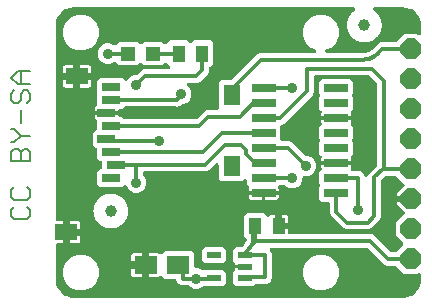
<source format=gbr>
G04 EAGLE Gerber RS-274X export*
G75*
%MOMM*%
%FSLAX34Y34*%
%LPD*%
%INTop Copper*%
%IPPOS*%
%AMOC8*
5,1,8,0,0,1.08239X$1,22.5*%
G01*
%ADD10C,0.152400*%
%ADD11R,2.032000X0.660400*%
%ADD12R,1.900000X1.400000*%
%ADD13R,1.400000X1.800000*%
%ADD14R,1.500000X0.700000*%
%ADD15R,1.200000X0.550000*%
%ADD16R,1.950000X1.500000*%
%ADD17R,1.100000X1.400000*%
%ADD18P,1.924489X8X202.500000*%
%ADD19R,1.200000X1.200000*%
%ADD20C,1.000000*%
%ADD21C,0.304800*%
%ADD22C,0.906400*%

G36*
X298492Y4070D02*
X298492Y4070D01*
X298570Y4069D01*
X300675Y4235D01*
X300732Y4246D01*
X300789Y4248D01*
X300999Y4298D01*
X301017Y4302D01*
X301021Y4304D01*
X301027Y4305D01*
X305032Y5607D01*
X305138Y5655D01*
X305248Y5696D01*
X305312Y5734D01*
X305349Y5751D01*
X305384Y5779D01*
X305457Y5823D01*
X308864Y8299D01*
X308951Y8378D01*
X309042Y8450D01*
X309091Y8506D01*
X309121Y8534D01*
X309146Y8571D01*
X309201Y8636D01*
X311677Y12043D01*
X311735Y12145D01*
X311799Y12242D01*
X311828Y12311D01*
X311848Y12347D01*
X311861Y12389D01*
X311893Y12468D01*
X313195Y16473D01*
X313206Y16529D01*
X313226Y16583D01*
X313260Y16797D01*
X313264Y16815D01*
X313264Y16819D01*
X313265Y16825D01*
X313431Y18930D01*
X313429Y18973D01*
X313435Y19050D01*
X313435Y23467D01*
X313424Y23567D01*
X313422Y23667D01*
X313404Y23739D01*
X313395Y23813D01*
X313361Y23908D01*
X313337Y24005D01*
X313303Y24071D01*
X313278Y24141D01*
X313223Y24226D01*
X313177Y24315D01*
X313129Y24372D01*
X313089Y24434D01*
X313017Y24504D01*
X312952Y24580D01*
X312892Y24625D01*
X312838Y24676D01*
X312752Y24728D01*
X312671Y24788D01*
X312603Y24817D01*
X312539Y24855D01*
X312443Y24886D01*
X312351Y24926D01*
X312278Y24939D01*
X312207Y24961D01*
X312107Y24970D01*
X312008Y24987D01*
X311934Y24983D01*
X311860Y24989D01*
X311760Y24975D01*
X311660Y24969D01*
X311589Y24949D01*
X311515Y24938D01*
X311422Y24901D01*
X311325Y24873D01*
X311260Y24837D01*
X311191Y24809D01*
X311109Y24752D01*
X311021Y24703D01*
X310945Y24637D01*
X310905Y24610D01*
X310881Y24584D01*
X310835Y24544D01*
X310166Y23875D01*
X299434Y23875D01*
X292514Y30795D01*
X292415Y30874D01*
X292321Y30958D01*
X292279Y30982D01*
X292241Y31012D01*
X292127Y31066D01*
X292016Y31127D01*
X291970Y31140D01*
X291926Y31161D01*
X291803Y31187D01*
X291681Y31222D01*
X291620Y31227D01*
X291585Y31234D01*
X291537Y31233D01*
X291437Y31241D01*
X284638Y31241D01*
X282584Y32092D01*
X268641Y46035D01*
X268542Y46114D01*
X268448Y46198D01*
X268406Y46222D01*
X268368Y46252D01*
X268254Y46306D01*
X268143Y46367D01*
X268097Y46380D01*
X268053Y46401D01*
X267930Y46427D01*
X267808Y46462D01*
X267747Y46467D01*
X267712Y46474D01*
X267664Y46473D01*
X267564Y46481D01*
X186690Y46481D01*
X186590Y46470D01*
X186490Y46468D01*
X186418Y46450D01*
X186344Y46441D01*
X186249Y46407D01*
X186152Y46383D01*
X186086Y46349D01*
X186016Y46324D01*
X185931Y46269D01*
X185842Y46223D01*
X185785Y46175D01*
X185723Y46135D01*
X185653Y46063D01*
X185576Y45998D01*
X185532Y45938D01*
X185481Y45884D01*
X185429Y45798D01*
X185369Y45717D01*
X185340Y45649D01*
X185302Y45585D01*
X185271Y45490D01*
X185231Y45397D01*
X185218Y45324D01*
X185195Y45253D01*
X185187Y45153D01*
X185170Y45054D01*
X185173Y44980D01*
X185167Y44906D01*
X185182Y44806D01*
X185188Y44706D01*
X185208Y44635D01*
X185219Y44561D01*
X185256Y44468D01*
X185284Y44371D01*
X185320Y44306D01*
X185348Y44237D01*
X185405Y44155D01*
X185454Y44067D01*
X185519Y43991D01*
X185547Y43951D01*
X185573Y43927D01*
X185613Y43881D01*
X186348Y43146D01*
X187199Y41092D01*
X187199Y20478D01*
X186348Y18424D01*
X184776Y16852D01*
X182722Y16001D01*
X174281Y16001D01*
X174155Y15987D01*
X174029Y15980D01*
X173982Y15967D01*
X173934Y15961D01*
X173815Y15919D01*
X173694Y15884D01*
X173652Y15860D01*
X173606Y15844D01*
X173500Y15775D01*
X173390Y15714D01*
X173344Y15674D01*
X173314Y15655D01*
X173280Y15620D01*
X173204Y15555D01*
X171814Y14165D01*
X156446Y14165D01*
X154065Y16546D01*
X154065Y25414D01*
X155143Y26492D01*
X155222Y26591D01*
X155306Y26684D01*
X155330Y26727D01*
X155360Y26765D01*
X155414Y26879D01*
X155475Y26989D01*
X155488Y27036D01*
X155509Y27080D01*
X155535Y27203D01*
X155570Y27325D01*
X155575Y27386D01*
X155582Y27420D01*
X155581Y27468D01*
X155589Y27569D01*
X155589Y28957D01*
X164130Y28957D01*
X164156Y28960D01*
X164182Y28957D01*
X164329Y28979D01*
X164476Y28996D01*
X164501Y29005D01*
X164527Y29009D01*
X164664Y29064D01*
X164804Y29114D01*
X164826Y29128D01*
X164850Y29138D01*
X164972Y29222D01*
X165097Y29303D01*
X165115Y29322D01*
X165137Y29337D01*
X165236Y29447D01*
X165339Y29554D01*
X165352Y29576D01*
X165370Y29596D01*
X165442Y29726D01*
X165518Y29853D01*
X165526Y29878D01*
X165539Y29901D01*
X165579Y30044D01*
X165624Y30185D01*
X165626Y30211D01*
X165633Y30236D01*
X165653Y30480D01*
X165650Y30506D01*
X165652Y30532D01*
X165630Y30679D01*
X165613Y30826D01*
X165604Y30851D01*
X165600Y30877D01*
X165546Y31015D01*
X165496Y31154D01*
X165481Y31177D01*
X165472Y31201D01*
X165387Y31322D01*
X165307Y31447D01*
X165288Y31466D01*
X165273Y31487D01*
X165163Y31586D01*
X165056Y31689D01*
X165033Y31703D01*
X165014Y31720D01*
X164884Y31792D01*
X164757Y31868D01*
X164732Y31876D01*
X164709Y31889D01*
X164566Y31929D01*
X164425Y31975D01*
X164399Y31977D01*
X164373Y31984D01*
X164130Y32003D01*
X155589Y32003D01*
X155589Y33391D01*
X155575Y33517D01*
X155568Y33643D01*
X155555Y33690D01*
X155549Y33738D01*
X155507Y33857D01*
X155472Y33978D01*
X155448Y34020D01*
X155432Y34066D01*
X155363Y34172D01*
X155302Y34282D01*
X155262Y34328D01*
X155243Y34358D01*
X155208Y34392D01*
X155143Y34468D01*
X154065Y35546D01*
X154065Y44414D01*
X156446Y46795D01*
X161133Y46795D01*
X161200Y46802D01*
X161267Y46801D01*
X161373Y46822D01*
X161480Y46835D01*
X161543Y46857D01*
X161609Y46871D01*
X161706Y46916D01*
X161808Y46952D01*
X161864Y46989D01*
X161925Y47017D01*
X162010Y47083D01*
X162100Y47141D01*
X162147Y47189D01*
X162200Y47231D01*
X162315Y47364D01*
X162343Y47392D01*
X162349Y47402D01*
X162361Y47416D01*
X165565Y51774D01*
X165571Y51784D01*
X165578Y51792D01*
X165657Y51935D01*
X165738Y52076D01*
X165741Y52087D01*
X165747Y52097D01*
X165791Y52254D01*
X165838Y52410D01*
X165839Y52422D01*
X165842Y52432D01*
X165861Y52676D01*
X165861Y52909D01*
X165847Y53035D01*
X165840Y53161D01*
X165827Y53208D01*
X165821Y53256D01*
X165779Y53375D01*
X165744Y53496D01*
X165720Y53538D01*
X165704Y53584D01*
X165635Y53690D01*
X165574Y53800D01*
X165534Y53846D01*
X165515Y53876D01*
X165480Y53910D01*
X165415Y53986D01*
X163315Y56086D01*
X163315Y73454D01*
X165696Y75835D01*
X180064Y75835D01*
X182634Y73264D01*
X182670Y73209D01*
X182731Y73099D01*
X182764Y73063D01*
X182791Y73021D01*
X182881Y72934D01*
X182965Y72842D01*
X183006Y72813D01*
X183042Y72779D01*
X183149Y72714D01*
X183252Y72644D01*
X183298Y72625D01*
X183341Y72600D01*
X183460Y72562D01*
X183576Y72516D01*
X183626Y72509D01*
X183673Y72494D01*
X183797Y72484D01*
X183921Y72466D01*
X183971Y72470D01*
X184020Y72466D01*
X184144Y72484D01*
X184269Y72495D01*
X184316Y72510D01*
X184365Y72517D01*
X184481Y72564D01*
X184600Y72602D01*
X184643Y72628D01*
X184689Y72646D01*
X184791Y72718D01*
X184899Y72782D01*
X184934Y72817D01*
X184975Y72845D01*
X185059Y72938D01*
X185148Y73025D01*
X185184Y73077D01*
X185208Y73104D01*
X185231Y73146D01*
X185287Y73227D01*
X185347Y73330D01*
X185820Y73803D01*
X186399Y74138D01*
X187045Y74311D01*
X190131Y74311D01*
X190131Y65996D01*
X190134Y65970D01*
X190132Y65944D01*
X190154Y65797D01*
X190171Y65650D01*
X190179Y65625D01*
X190183Y65599D01*
X190238Y65462D01*
X190288Y65322D01*
X190302Y65300D01*
X190312Y65275D01*
X190397Y65154D01*
X190477Y65029D01*
X190496Y65011D01*
X190511Y64989D01*
X190621Y64890D01*
X190728Y64787D01*
X190750Y64773D01*
X190770Y64756D01*
X190900Y64684D01*
X191027Y64608D01*
X191052Y64600D01*
X191075Y64587D01*
X191218Y64547D01*
X191359Y64502D01*
X191385Y64500D01*
X191410Y64493D01*
X191654Y64473D01*
X192583Y64473D01*
X192583Y63544D01*
X192586Y63518D01*
X192584Y63492D01*
X192606Y63345D01*
X192623Y63198D01*
X192632Y63173D01*
X192636Y63147D01*
X192690Y63009D01*
X192740Y62870D01*
X192755Y62848D01*
X192764Y62823D01*
X192849Y62702D01*
X192929Y62577D01*
X192948Y62559D01*
X192963Y62537D01*
X193073Y62438D01*
X193180Y62335D01*
X193203Y62321D01*
X193222Y62304D01*
X193352Y62232D01*
X193479Y62156D01*
X193504Y62148D01*
X193527Y62135D01*
X193670Y62095D01*
X193811Y62050D01*
X193837Y62047D01*
X193862Y62040D01*
X194106Y62021D01*
X200921Y62021D01*
X200921Y59182D01*
X200924Y59156D01*
X200922Y59130D01*
X200944Y58982D01*
X200961Y58836D01*
X200969Y58811D01*
X200973Y58785D01*
X201028Y58647D01*
X201078Y58508D01*
X201092Y58486D01*
X201102Y58461D01*
X201187Y58340D01*
X201267Y58215D01*
X201286Y58197D01*
X201301Y58175D01*
X201411Y58076D01*
X201518Y57973D01*
X201540Y57959D01*
X201560Y57942D01*
X201690Y57870D01*
X201817Y57794D01*
X201842Y57786D01*
X201865Y57773D01*
X202008Y57733D01*
X202149Y57688D01*
X202175Y57686D01*
X202200Y57678D01*
X202444Y57659D01*
X271622Y57659D01*
X273676Y56808D01*
X275462Y55022D01*
X275462Y55021D01*
X287619Y42865D01*
X287718Y42786D01*
X287812Y42702D01*
X287854Y42678D01*
X287892Y42648D01*
X288006Y42594D01*
X288117Y42533D01*
X288163Y42520D01*
X288207Y42499D01*
X288330Y42473D01*
X288452Y42438D01*
X288513Y42433D01*
X288548Y42426D01*
X288596Y42427D01*
X288696Y42419D01*
X291437Y42419D01*
X291563Y42433D01*
X291689Y42440D01*
X291735Y42453D01*
X291783Y42459D01*
X291902Y42501D01*
X292024Y42536D01*
X292066Y42560D01*
X292111Y42576D01*
X292218Y42645D01*
X292328Y42706D01*
X292374Y42746D01*
X292404Y42765D01*
X292438Y42800D01*
X292514Y42865D01*
X298102Y48453D01*
X298118Y48473D01*
X298138Y48490D01*
X298227Y48610D01*
X298319Y48726D01*
X298330Y48750D01*
X298346Y48771D01*
X298404Y48907D01*
X298468Y49041D01*
X298473Y49067D01*
X298484Y49091D01*
X298510Y49237D01*
X298541Y49382D01*
X298541Y49408D01*
X298545Y49434D01*
X298538Y49582D01*
X298535Y49730D01*
X298529Y49756D01*
X298527Y49782D01*
X298486Y49924D01*
X298450Y50068D01*
X298438Y50091D01*
X298431Y50117D01*
X298358Y50246D01*
X298290Y50378D01*
X298273Y50398D01*
X298261Y50421D01*
X298102Y50607D01*
X291845Y56864D01*
X291845Y67596D01*
X299180Y74931D01*
X299196Y74951D01*
X299216Y74968D01*
X299304Y75088D01*
X299396Y75204D01*
X299408Y75227D01*
X299423Y75248D01*
X299482Y75385D01*
X299545Y75519D01*
X299551Y75544D01*
X299561Y75568D01*
X299588Y75715D01*
X299619Y75859D01*
X299618Y75885D01*
X299623Y75911D01*
X299615Y76060D01*
X299613Y76208D01*
X299606Y76233D01*
X299605Y76259D01*
X299564Y76402D01*
X299528Y76546D01*
X299516Y76569D01*
X299508Y76594D01*
X299436Y76724D01*
X299368Y76856D01*
X299351Y76876D01*
X299338Y76898D01*
X299180Y77085D01*
X293369Y82895D01*
X293369Y85091D01*
X303784Y85091D01*
X303810Y85094D01*
X303836Y85092D01*
X303983Y85114D01*
X304130Y85131D01*
X304155Y85139D01*
X304181Y85143D01*
X304318Y85198D01*
X304458Y85248D01*
X304480Y85262D01*
X304505Y85272D01*
X304626Y85357D01*
X304751Y85437D01*
X304769Y85456D01*
X304791Y85471D01*
X304890Y85581D01*
X304993Y85688D01*
X305007Y85710D01*
X305024Y85730D01*
X305096Y85860D01*
X305172Y85987D01*
X305180Y86012D01*
X305193Y86035D01*
X305233Y86178D01*
X305278Y86319D01*
X305280Y86345D01*
X305287Y86370D01*
X305307Y86614D01*
X305307Y88646D01*
X305304Y88672D01*
X305306Y88698D01*
X305284Y88845D01*
X305267Y88992D01*
X305258Y89017D01*
X305254Y89043D01*
X305200Y89181D01*
X305150Y89320D01*
X305135Y89342D01*
X305126Y89367D01*
X305041Y89488D01*
X304961Y89613D01*
X304942Y89631D01*
X304927Y89653D01*
X304817Y89752D01*
X304710Y89855D01*
X304687Y89869D01*
X304668Y89886D01*
X304538Y89958D01*
X304411Y90034D01*
X304386Y90042D01*
X304363Y90055D01*
X304220Y90095D01*
X304079Y90140D01*
X304053Y90142D01*
X304028Y90150D01*
X303784Y90169D01*
X293369Y90169D01*
X293369Y92365D01*
X299180Y98175D01*
X299196Y98196D01*
X299216Y98213D01*
X299304Y98332D01*
X299396Y98448D01*
X299408Y98472D01*
X299423Y98493D01*
X299482Y98629D01*
X299545Y98763D01*
X299551Y98789D01*
X299561Y98813D01*
X299588Y98959D01*
X299619Y99104D01*
X299618Y99130D01*
X299623Y99156D01*
X299615Y99305D01*
X299613Y99453D01*
X299606Y99478D01*
X299605Y99504D01*
X299564Y99647D01*
X299528Y99791D01*
X299516Y99814D01*
X299508Y99839D01*
X299436Y99969D01*
X299368Y100100D01*
X299351Y100120D01*
X299338Y100143D01*
X299180Y100329D01*
X292514Y106995D01*
X292415Y107074D01*
X292321Y107158D01*
X292279Y107182D01*
X292241Y107212D01*
X292127Y107266D01*
X292016Y107327D01*
X291970Y107340D01*
X291926Y107361D01*
X291803Y107387D01*
X291681Y107422D01*
X291620Y107427D01*
X291585Y107434D01*
X291537Y107433D01*
X291437Y107441D01*
X283921Y107441D01*
X283795Y107427D01*
X283669Y107420D01*
X283623Y107407D01*
X283575Y107401D01*
X283456Y107359D01*
X283334Y107324D01*
X283292Y107300D01*
X283247Y107284D01*
X283140Y107215D01*
X283030Y107154D01*
X282984Y107114D01*
X282954Y107095D01*
X282920Y107060D01*
X282844Y106995D01*
X279847Y103998D01*
X279768Y103899D01*
X279684Y103805D01*
X279660Y103763D01*
X279630Y103725D01*
X279576Y103611D01*
X279515Y103500D01*
X279502Y103454D01*
X279481Y103410D01*
X279455Y103287D01*
X279420Y103165D01*
X279415Y103104D01*
X279408Y103069D01*
X279409Y103021D01*
X279401Y102921D01*
X279401Y72040D01*
X278550Y69986D01*
X271288Y62724D01*
X269234Y61873D01*
X250043Y61873D01*
X247989Y62724D01*
X236816Y73897D01*
X235965Y75951D01*
X235965Y83820D01*
X235962Y83846D01*
X235964Y83872D01*
X235942Y84019D01*
X235925Y84166D01*
X235917Y84191D01*
X235913Y84217D01*
X235858Y84355D01*
X235808Y84494D01*
X235794Y84516D01*
X235784Y84541D01*
X235699Y84662D01*
X235619Y84787D01*
X235600Y84805D01*
X235585Y84827D01*
X235475Y84926D01*
X235368Y85029D01*
X235346Y85043D01*
X235326Y85060D01*
X235196Y85132D01*
X235069Y85208D01*
X235044Y85216D01*
X235021Y85229D01*
X234878Y85269D01*
X234737Y85314D01*
X234711Y85316D01*
X234686Y85324D01*
X234442Y85343D01*
X229710Y85343D01*
X227329Y87724D01*
X227329Y97696D01*
X227616Y97983D01*
X227633Y98003D01*
X227653Y98020D01*
X227741Y98140D01*
X227833Y98256D01*
X227844Y98280D01*
X227860Y98301D01*
X227919Y98437D01*
X227982Y98571D01*
X227988Y98597D01*
X227998Y98621D01*
X228024Y98767D01*
X228055Y98912D01*
X228055Y98938D01*
X228060Y98964D01*
X228052Y99112D01*
X228049Y99260D01*
X228043Y99286D01*
X228042Y99312D01*
X228001Y99454D01*
X227964Y99598D01*
X227952Y99621D01*
X227945Y99647D01*
X227873Y99776D01*
X227805Y99908D01*
X227788Y99928D01*
X227775Y99951D01*
X227616Y100137D01*
X227329Y100424D01*
X227329Y110396D01*
X228835Y111901D01*
X228836Y111902D01*
X228837Y111903D01*
X228941Y112035D01*
X229051Y112174D01*
X229052Y112175D01*
X229053Y112177D01*
X229125Y112330D01*
X229200Y112489D01*
X229201Y112491D01*
X229201Y112492D01*
X229238Y112663D01*
X229274Y112830D01*
X229274Y112831D01*
X229274Y112833D01*
X229271Y113008D01*
X229268Y113178D01*
X229267Y113180D01*
X229267Y113181D01*
X229227Y113342D01*
X229183Y113516D01*
X229182Y113518D01*
X229182Y113519D01*
X229077Y113740D01*
X229026Y113827D01*
X228853Y114473D01*
X228853Y116460D01*
X241427Y116460D01*
X241453Y116463D01*
X241479Y116461D01*
X241546Y116471D01*
X241681Y116460D01*
X254255Y116460D01*
X254255Y114473D01*
X254082Y113827D01*
X254031Y113740D01*
X254031Y113739D01*
X254030Y113738D01*
X253959Y113573D01*
X253893Y113420D01*
X253892Y113419D01*
X253892Y113418D01*
X253860Y113243D01*
X253830Y113077D01*
X253830Y113076D01*
X253830Y113074D01*
X253839Y112900D01*
X253848Y112729D01*
X253848Y112728D01*
X253848Y112726D01*
X253897Y112558D01*
X253943Y112394D01*
X253944Y112393D01*
X253945Y112392D01*
X254032Y112236D01*
X254113Y112090D01*
X254114Y112089D01*
X254115Y112087D01*
X254273Y111901D01*
X254730Y111445D01*
X254829Y111366D01*
X254922Y111282D01*
X254965Y111258D01*
X255003Y111228D01*
X255117Y111174D01*
X255227Y111113D01*
X255274Y111100D01*
X255318Y111079D01*
X255441Y111053D01*
X255563Y111018D01*
X255623Y111013D01*
X255658Y111006D01*
X255707Y111007D01*
X255807Y110999D01*
X261462Y110999D01*
X263516Y110148D01*
X265088Y108576D01*
X265579Y107390D01*
X265628Y107302D01*
X265668Y107210D01*
X265712Y107150D01*
X265748Y107085D01*
X265816Y107011D01*
X265876Y106930D01*
X265933Y106882D01*
X265983Y106827D01*
X266065Y106770D01*
X266142Y106705D01*
X266208Y106671D01*
X266269Y106629D01*
X266362Y106592D01*
X266452Y106546D01*
X266524Y106528D01*
X266593Y106501D01*
X266693Y106487D01*
X266790Y106462D01*
X266865Y106461D01*
X266938Y106450D01*
X267038Y106459D01*
X267139Y106457D01*
X267211Y106473D01*
X267286Y106479D01*
X267381Y106510D01*
X267479Y106532D01*
X267546Y106564D01*
X267617Y106586D01*
X267703Y106638D01*
X267794Y106681D01*
X267852Y106728D01*
X267916Y106766D01*
X267988Y106836D01*
X268066Y106899D01*
X268112Y106957D01*
X268166Y107009D01*
X268220Y107093D01*
X268282Y107172D01*
X268328Y107262D01*
X268354Y107302D01*
X268366Y107336D01*
X268394Y107390D01*
X269074Y109033D01*
X275905Y115864D01*
X275984Y115963D01*
X276068Y116057D01*
X276092Y116099D01*
X276122Y116137D01*
X276176Y116251D01*
X276237Y116362D01*
X276250Y116408D01*
X276271Y116452D01*
X276297Y116575D01*
X276332Y116697D01*
X276337Y116758D01*
X276344Y116793D01*
X276343Y116841D01*
X276351Y116941D01*
X276351Y185014D01*
X276337Y185140D01*
X276330Y185266D01*
X276317Y185312D01*
X276311Y185360D01*
X276269Y185479D01*
X276234Y185601D01*
X276210Y185643D01*
X276194Y185688D01*
X276125Y185795D01*
X276064Y185905D01*
X276024Y185951D01*
X276005Y185981D01*
X275970Y186015D01*
X275905Y186091D01*
X269911Y192085D01*
X269812Y192164D01*
X269718Y192248D01*
X269676Y192272D01*
X269638Y192302D01*
X269524Y192356D01*
X269413Y192417D01*
X269367Y192430D01*
X269323Y192451D01*
X269200Y192477D01*
X269078Y192512D01*
X269017Y192517D01*
X268982Y192524D01*
X268934Y192523D01*
X268834Y192531D01*
X224282Y192531D01*
X224256Y192528D01*
X224230Y192530D01*
X224083Y192508D01*
X223936Y192491D01*
X223911Y192483D01*
X223885Y192479D01*
X223747Y192424D01*
X223608Y192374D01*
X223586Y192360D01*
X223561Y192350D01*
X223440Y192265D01*
X223315Y192185D01*
X223297Y192166D01*
X223275Y192151D01*
X223176Y192041D01*
X223073Y191934D01*
X223059Y191912D01*
X223042Y191892D01*
X222970Y191762D01*
X222894Y191635D01*
X222886Y191610D01*
X222873Y191587D01*
X222833Y191444D01*
X222788Y191303D01*
X222786Y191277D01*
X222778Y191252D01*
X222759Y191008D01*
X222759Y177958D01*
X221908Y175904D01*
X197476Y151472D01*
X195239Y150546D01*
X195107Y150472D01*
X194973Y150403D01*
X194955Y150388D01*
X194935Y150376D01*
X194822Y150274D01*
X194707Y150176D01*
X194694Y150158D01*
X194676Y150142D01*
X194590Y150017D01*
X194501Y149896D01*
X194491Y149875D01*
X194478Y149856D01*
X194423Y149715D01*
X194363Y149576D01*
X194359Y149553D01*
X194350Y149531D01*
X194328Y149382D01*
X194302Y149233D01*
X194303Y149210D01*
X194300Y149187D01*
X194311Y149054D01*
X194311Y137922D01*
X194314Y137896D01*
X194312Y137870D01*
X194334Y137723D01*
X194351Y137576D01*
X194359Y137551D01*
X194363Y137525D01*
X194418Y137387D01*
X194468Y137248D01*
X194482Y137226D01*
X194492Y137201D01*
X194577Y137080D01*
X194657Y136955D01*
X194676Y136937D01*
X194691Y136915D01*
X194801Y136816D01*
X194908Y136713D01*
X194930Y136699D01*
X194950Y136682D01*
X195080Y136610D01*
X195207Y136534D01*
X195232Y136526D01*
X195255Y136513D01*
X195398Y136473D01*
X195539Y136428D01*
X195565Y136426D01*
X195590Y136418D01*
X195834Y136399D01*
X201772Y136399D01*
X203826Y135548D01*
X214761Y124613D01*
X214860Y124534D01*
X214954Y124450D01*
X214996Y124426D01*
X215034Y124396D01*
X215148Y124342D01*
X215259Y124281D01*
X215305Y124268D01*
X215349Y124247D01*
X215472Y124221D01*
X215594Y124186D01*
X215655Y124181D01*
X215690Y124174D01*
X215738Y124175D01*
X215838Y124167D01*
X217610Y124167D01*
X220445Y122993D01*
X220770Y122858D01*
X223188Y120440D01*
X224497Y117280D01*
X224497Y113860D01*
X223188Y110700D01*
X220770Y108282D01*
X217610Y106973D01*
X214590Y106973D01*
X214564Y106970D01*
X214538Y106972D01*
X214391Y106950D01*
X214244Y106933D01*
X214219Y106925D01*
X214193Y106921D01*
X214055Y106866D01*
X213916Y106816D01*
X213894Y106802D01*
X213869Y106792D01*
X213748Y106707D01*
X213623Y106627D01*
X213605Y106608D01*
X213583Y106593D01*
X213484Y106483D01*
X213381Y106376D01*
X213367Y106354D01*
X213350Y106334D01*
X213278Y106204D01*
X213202Y106077D01*
X213194Y106052D01*
X213181Y106029D01*
X213141Y105886D01*
X213096Y105745D01*
X213094Y105719D01*
X213086Y105694D01*
X213067Y105450D01*
X213067Y103700D01*
X211758Y100540D01*
X209340Y98122D01*
X206180Y96813D01*
X202760Y96813D01*
X199600Y98122D01*
X198347Y99375D01*
X198248Y99454D01*
X198154Y99538D01*
X198112Y99562D01*
X198074Y99592D01*
X197960Y99646D01*
X197849Y99707D01*
X197803Y99720D01*
X197759Y99741D01*
X197636Y99767D01*
X197514Y99802D01*
X197453Y99807D01*
X197418Y99814D01*
X197370Y99813D01*
X197270Y99821D01*
X194339Y99821D01*
X194213Y99807D01*
X194087Y99800D01*
X194040Y99787D01*
X193992Y99781D01*
X193873Y99739D01*
X193752Y99704D01*
X193710Y99680D01*
X193664Y99664D01*
X193558Y99595D01*
X193448Y99534D01*
X193402Y99494D01*
X193372Y99475D01*
X193338Y99440D01*
X193262Y99375D01*
X192805Y98919D01*
X192804Y98918D01*
X192803Y98917D01*
X192693Y98777D01*
X192589Y98646D01*
X192588Y98645D01*
X192587Y98643D01*
X192513Y98486D01*
X192440Y98331D01*
X192439Y98329D01*
X192439Y98328D01*
X192403Y98160D01*
X192366Y97990D01*
X192366Y97989D01*
X192366Y97987D01*
X192369Y97820D01*
X192372Y97642D01*
X192373Y97640D01*
X192373Y97639D01*
X192418Y97462D01*
X192457Y97304D01*
X192458Y97302D01*
X192458Y97301D01*
X192563Y97080D01*
X192614Y96993D01*
X192787Y96347D01*
X192787Y94360D01*
X180213Y94360D01*
X180187Y94357D01*
X180161Y94359D01*
X180094Y94349D01*
X179959Y94360D01*
X167385Y94360D01*
X167385Y96347D01*
X167558Y96993D01*
X167609Y97080D01*
X167609Y97081D01*
X167610Y97082D01*
X167678Y97239D01*
X167747Y97400D01*
X167748Y97401D01*
X167748Y97402D01*
X167778Y97567D01*
X167810Y97743D01*
X167810Y97744D01*
X167810Y97745D01*
X167801Y97919D01*
X167792Y98091D01*
X167792Y98092D01*
X167792Y98094D01*
X167745Y98256D01*
X167697Y98426D01*
X167696Y98427D01*
X167695Y98428D01*
X167608Y98584D01*
X167527Y98730D01*
X167526Y98731D01*
X167525Y98733D01*
X167367Y98919D01*
X165861Y100424D01*
X165861Y102935D01*
X165850Y103035D01*
X165848Y103136D01*
X165830Y103208D01*
X165821Y103282D01*
X165788Y103376D01*
X165763Y103474D01*
X165729Y103540D01*
X165704Y103610D01*
X165649Y103694D01*
X165603Y103783D01*
X165555Y103840D01*
X165515Y103903D01*
X165443Y103972D01*
X165378Y104049D01*
X165318Y104093D01*
X165264Y104145D01*
X165178Y104196D01*
X165097Y104256D01*
X165029Y104285D01*
X164965Y104324D01*
X164869Y104354D01*
X164777Y104394D01*
X164704Y104407D01*
X164633Y104430D01*
X164533Y104438D01*
X164434Y104456D01*
X164360Y104452D01*
X164286Y104458D01*
X164186Y104443D01*
X164086Y104438D01*
X164015Y104417D01*
X163941Y104406D01*
X163848Y104369D01*
X163751Y104341D01*
X163686Y104305D01*
X163617Y104277D01*
X163535Y104220D01*
X163447Y104171D01*
X163371Y104106D01*
X163331Y104078D01*
X163307Y104052D01*
X163261Y104013D01*
X161764Y102515D01*
X144396Y102515D01*
X142015Y104896D01*
X142015Y116464D01*
X142004Y116564D01*
X142002Y116664D01*
X141984Y116736D01*
X141975Y116810D01*
X141942Y116905D01*
X141917Y117002D01*
X141883Y117068D01*
X141858Y117138D01*
X141803Y117223D01*
X141757Y117312D01*
X141709Y117369D01*
X141669Y117431D01*
X141597Y117501D01*
X141532Y117578D01*
X141472Y117622D01*
X141418Y117673D01*
X141332Y117725D01*
X141251Y117785D01*
X141183Y117814D01*
X141119Y117852D01*
X141023Y117883D01*
X140931Y117923D01*
X140858Y117936D01*
X140787Y117959D01*
X140687Y117967D01*
X140588Y117984D01*
X140514Y117981D01*
X140440Y117987D01*
X140340Y117972D01*
X140240Y117966D01*
X140169Y117946D01*
X140095Y117935D01*
X140002Y117898D01*
X139905Y117870D01*
X139840Y117834D01*
X139771Y117806D01*
X139689Y117749D01*
X139601Y117700D01*
X139525Y117635D01*
X139485Y117607D01*
X139461Y117581D01*
X139415Y117541D01*
X133716Y111842D01*
X131662Y110991D01*
X79502Y110991D01*
X79476Y110988D01*
X79450Y110990D01*
X79303Y110968D01*
X79156Y110951D01*
X79131Y110943D01*
X79105Y110939D01*
X78967Y110884D01*
X78828Y110834D01*
X78806Y110820D01*
X78781Y110810D01*
X78660Y110725D01*
X78535Y110645D01*
X78517Y110626D01*
X78495Y110611D01*
X78396Y110501D01*
X78293Y110394D01*
X78279Y110372D01*
X78262Y110352D01*
X78190Y110222D01*
X78114Y110095D01*
X78106Y110070D01*
X78093Y110047D01*
X78053Y109904D01*
X78008Y109763D01*
X78006Y109737D01*
X77998Y109712D01*
X77979Y109468D01*
X77979Y108800D01*
X77993Y108674D01*
X78000Y108548D01*
X78013Y108502D01*
X78019Y108454D01*
X78061Y108335D01*
X78096Y108213D01*
X78120Y108171D01*
X78136Y108125D01*
X78205Y108019D01*
X78266Y107909D01*
X78306Y107863D01*
X78325Y107833D01*
X78360Y107799D01*
X78425Y107723D01*
X79678Y106470D01*
X80987Y103310D01*
X80987Y99890D01*
X79678Y96730D01*
X77260Y94312D01*
X74100Y93003D01*
X70680Y93003D01*
X67520Y94312D01*
X65102Y96730D01*
X64181Y98954D01*
X64108Y99085D01*
X64039Y99219D01*
X64023Y99237D01*
X64012Y99259D01*
X63910Y99370D01*
X63813Y99484D01*
X63794Y99499D01*
X63778Y99517D01*
X63654Y99602D01*
X63533Y99692D01*
X63511Y99701D01*
X63491Y99715D01*
X63351Y99770D01*
X63213Y99830D01*
X63189Y99834D01*
X63167Y99843D01*
X63018Y99865D01*
X62870Y99891D01*
X62846Y99890D01*
X62822Y99894D01*
X62672Y99881D01*
X62522Y99873D01*
X62499Y99867D01*
X62475Y99865D01*
X62331Y99818D01*
X62187Y99777D01*
X62166Y99765D01*
X62143Y99758D01*
X62014Y99680D01*
X61883Y99607D01*
X61861Y99588D01*
X61844Y99578D01*
X61811Y99545D01*
X61697Y99448D01*
X60264Y98015D01*
X41896Y98015D01*
X39515Y100396D01*
X39515Y110764D01*
X41896Y113145D01*
X41992Y113145D01*
X42018Y113148D01*
X42044Y113146D01*
X42191Y113168D01*
X42338Y113185D01*
X42363Y113193D01*
X42389Y113197D01*
X42527Y113252D01*
X42666Y113302D01*
X42688Y113316D01*
X42713Y113326D01*
X42834Y113411D01*
X42959Y113491D01*
X42977Y113510D01*
X42999Y113525D01*
X43098Y113635D01*
X43201Y113742D01*
X43215Y113764D01*
X43232Y113784D01*
X43304Y113914D01*
X43380Y114041D01*
X43388Y114066D01*
X43401Y114089D01*
X43441Y114232D01*
X43486Y114373D01*
X43488Y114399D01*
X43496Y114424D01*
X43515Y114668D01*
X43515Y118492D01*
X43512Y118518D01*
X43514Y118544D01*
X43492Y118691D01*
X43475Y118838D01*
X43467Y118863D01*
X43463Y118889D01*
X43408Y119027D01*
X43358Y119166D01*
X43344Y119188D01*
X43334Y119213D01*
X43249Y119334D01*
X43169Y119459D01*
X43150Y119477D01*
X43135Y119499D01*
X43025Y119598D01*
X42918Y119701D01*
X42896Y119715D01*
X42876Y119732D01*
X42746Y119804D01*
X42619Y119880D01*
X42594Y119888D01*
X42571Y119901D01*
X42428Y119941D01*
X42287Y119986D01*
X42261Y119988D01*
X42236Y119996D01*
X41992Y120015D01*
X41896Y120015D01*
X39515Y122396D01*
X39515Y129492D01*
X39512Y129518D01*
X39514Y129544D01*
X39492Y129691D01*
X39475Y129838D01*
X39467Y129863D01*
X39463Y129889D01*
X39408Y130027D01*
X39358Y130166D01*
X39344Y130188D01*
X39334Y130213D01*
X39249Y130334D01*
X39169Y130459D01*
X39150Y130477D01*
X39135Y130499D01*
X39025Y130598D01*
X38918Y130701D01*
X38896Y130715D01*
X38876Y130732D01*
X38746Y130804D01*
X38619Y130880D01*
X38594Y130888D01*
X38571Y130901D01*
X38428Y130941D01*
X38287Y130986D01*
X38261Y130988D01*
X38236Y130996D01*
X37992Y131015D01*
X37896Y131015D01*
X35515Y133396D01*
X35515Y143764D01*
X37896Y146145D01*
X37992Y146145D01*
X38018Y146148D01*
X38044Y146146D01*
X38191Y146168D01*
X38338Y146185D01*
X38363Y146193D01*
X38389Y146197D01*
X38527Y146252D01*
X38666Y146302D01*
X38688Y146316D01*
X38713Y146326D01*
X38834Y146411D01*
X38959Y146491D01*
X38977Y146510D01*
X38999Y146525D01*
X39098Y146635D01*
X39201Y146742D01*
X39215Y146764D01*
X39232Y146784D01*
X39304Y146914D01*
X39380Y147041D01*
X39388Y147066D01*
X39401Y147089D01*
X39441Y147232D01*
X39486Y147373D01*
X39488Y147399D01*
X39496Y147424D01*
X39515Y147668D01*
X39515Y153304D01*
X39498Y153454D01*
X39485Y153605D01*
X39478Y153627D01*
X39475Y153650D01*
X39424Y153793D01*
X39378Y153936D01*
X39366Y153956D01*
X39358Y153978D01*
X39276Y154106D01*
X39198Y154235D01*
X39182Y154251D01*
X39169Y154271D01*
X39060Y154376D01*
X38955Y154484D01*
X38932Y154501D01*
X38918Y154513D01*
X38878Y154537D01*
X38754Y154623D01*
X38020Y155047D01*
X37547Y155520D01*
X37212Y156099D01*
X37039Y156745D01*
X37039Y158831D01*
X46854Y158831D01*
X46880Y158834D01*
X46906Y158832D01*
X47051Y158853D01*
X47062Y158850D01*
X47306Y158831D01*
X57121Y158831D01*
X57121Y158668D01*
X57124Y158642D01*
X57122Y158616D01*
X57144Y158469D01*
X57161Y158322D01*
X57169Y158297D01*
X57173Y158271D01*
X57228Y158133D01*
X57278Y157994D01*
X57292Y157972D01*
X57302Y157947D01*
X57387Y157826D01*
X57467Y157701D01*
X57486Y157683D01*
X57501Y157661D01*
X57611Y157562D01*
X57718Y157459D01*
X57740Y157445D01*
X57760Y157428D01*
X57890Y157356D01*
X58017Y157280D01*
X58042Y157272D01*
X58065Y157259D01*
X58208Y157219D01*
X58349Y157174D01*
X58375Y157172D01*
X58400Y157164D01*
X58644Y157145D01*
X60264Y157145D01*
X61794Y155615D01*
X61893Y155536D01*
X61986Y155452D01*
X62029Y155428D01*
X62067Y155398D01*
X62181Y155344D01*
X62291Y155283D01*
X62338Y155270D01*
X62382Y155249D01*
X62505Y155223D01*
X62627Y155188D01*
X62688Y155183D01*
X62722Y155176D01*
X62770Y155177D01*
X62871Y155169D01*
X122504Y155169D01*
X122630Y155183D01*
X122756Y155190D01*
X122802Y155203D01*
X122850Y155209D01*
X122969Y155251D01*
X123091Y155286D01*
X123133Y155310D01*
X123178Y155326D01*
X123285Y155395D01*
X123395Y155456D01*
X123441Y155496D01*
X123471Y155515D01*
X123505Y155550D01*
X123581Y155615D01*
X130184Y162218D01*
X132238Y163069D01*
X140492Y163069D01*
X140518Y163072D01*
X140544Y163070D01*
X140691Y163092D01*
X140838Y163109D01*
X140863Y163117D01*
X140889Y163121D01*
X141027Y163176D01*
X141166Y163226D01*
X141188Y163240D01*
X141213Y163250D01*
X141334Y163335D01*
X141459Y163415D01*
X141477Y163434D01*
X141499Y163449D01*
X141598Y163559D01*
X141701Y163666D01*
X141715Y163688D01*
X141732Y163708D01*
X141804Y163838D01*
X141880Y163965D01*
X141888Y163990D01*
X141901Y164013D01*
X141941Y164156D01*
X141986Y164297D01*
X141988Y164323D01*
X141996Y164348D01*
X142015Y164592D01*
X142015Y186264D01*
X144396Y188645D01*
X152530Y188645D01*
X152656Y188659D01*
X152782Y188666D01*
X152828Y188679D01*
X152876Y188685D01*
X152995Y188727D01*
X153117Y188762D01*
X153159Y188786D01*
X153204Y188802D01*
X153311Y188871D01*
X153421Y188932D01*
X153467Y188972D01*
X153497Y188991D01*
X153531Y189026D01*
X153607Y189091D01*
X174994Y210478D01*
X177048Y211329D01*
X223273Y211329D01*
X223323Y211334D01*
X223373Y211332D01*
X223495Y211354D01*
X223619Y211369D01*
X223666Y211386D01*
X223716Y211395D01*
X223830Y211444D01*
X223947Y211486D01*
X223989Y211513D01*
X224035Y211533D01*
X224135Y211608D01*
X224240Y211675D01*
X224275Y211711D01*
X224315Y211741D01*
X224395Y211836D01*
X224482Y211926D01*
X224508Y211969D01*
X224540Y212007D01*
X224597Y212118D01*
X224661Y212225D01*
X224676Y212273D01*
X224699Y212318D01*
X224729Y212438D01*
X224767Y212557D01*
X224771Y212607D01*
X224783Y212656D01*
X224785Y212780D01*
X224795Y212904D01*
X224788Y212954D01*
X224788Y213004D01*
X224762Y213126D01*
X224743Y213249D01*
X224725Y213296D01*
X224714Y213345D01*
X224661Y213457D01*
X224615Y213573D01*
X224586Y213614D01*
X224564Y213660D01*
X224487Y213757D01*
X224416Y213859D01*
X224378Y213893D01*
X224347Y213932D01*
X224249Y214009D01*
X224157Y214092D01*
X224113Y214117D01*
X224073Y214148D01*
X223856Y214259D01*
X220066Y215829D01*
X215829Y220066D01*
X213535Y225603D01*
X213535Y231597D01*
X215829Y237134D01*
X220066Y241371D01*
X225603Y243665D01*
X231597Y243665D01*
X237134Y241371D01*
X241371Y237134D01*
X243665Y231597D01*
X243665Y225603D01*
X241371Y220066D01*
X237134Y215829D01*
X233344Y214259D01*
X233300Y214235D01*
X233253Y214218D01*
X233149Y214150D01*
X233040Y214090D01*
X233003Y214056D01*
X232960Y214029D01*
X232874Y213939D01*
X232782Y213856D01*
X232753Y213814D01*
X232718Y213778D01*
X232654Y213671D01*
X232584Y213569D01*
X232565Y213522D01*
X232539Y213479D01*
X232501Y213361D01*
X232456Y213245D01*
X232448Y213195D01*
X232433Y213147D01*
X232423Y213023D01*
X232405Y212900D01*
X232409Y212850D01*
X232405Y212800D01*
X232423Y212677D01*
X232434Y212553D01*
X232449Y212505D01*
X232457Y212455D01*
X232503Y212340D01*
X232541Y212221D01*
X232567Y212178D01*
X232585Y212131D01*
X232656Y212029D01*
X232721Y211923D01*
X232756Y211886D01*
X232784Y211845D01*
X232877Y211762D01*
X232963Y211673D01*
X233006Y211645D01*
X233043Y211612D01*
X233152Y211552D01*
X233257Y211484D01*
X233304Y211467D01*
X233348Y211443D01*
X233468Y211409D01*
X233585Y211368D01*
X233635Y211362D01*
X233684Y211348D01*
X233927Y211329D01*
X263000Y211329D01*
X263001Y211329D01*
X264351Y211329D01*
X264415Y211329D01*
X264452Y211333D01*
X264515Y211332D01*
X265907Y211423D01*
X265934Y211428D01*
X265961Y211428D01*
X266202Y211472D01*
X268892Y212193D01*
X268964Y212221D01*
X269038Y212240D01*
X269172Y212303D01*
X269216Y212321D01*
X269232Y212332D01*
X269259Y212345D01*
X271671Y213737D01*
X271693Y213754D01*
X271718Y213765D01*
X271914Y213911D01*
X272963Y214832D01*
X272988Y214859D01*
X273036Y214900D01*
X273092Y214955D01*
X274036Y215899D01*
X274036Y215900D01*
X275718Y217582D01*
X277504Y219368D01*
X279558Y220219D01*
X291437Y220219D01*
X291563Y220233D01*
X291689Y220240D01*
X291735Y220253D01*
X291783Y220259D01*
X291902Y220301D01*
X292024Y220336D01*
X292066Y220360D01*
X292111Y220376D01*
X292218Y220445D01*
X292328Y220506D01*
X292374Y220546D01*
X292404Y220565D01*
X292438Y220600D01*
X292514Y220665D01*
X299434Y227585D01*
X310166Y227585D01*
X310835Y226916D01*
X310914Y226853D01*
X310986Y226784D01*
X311050Y226745D01*
X311108Y226699D01*
X311199Y226656D01*
X311285Y226605D01*
X311356Y226582D01*
X311423Y226550D01*
X311521Y226529D01*
X311617Y226499D01*
X311691Y226493D01*
X311764Y226477D01*
X311864Y226479D01*
X311964Y226471D01*
X312038Y226482D01*
X312112Y226483D01*
X312209Y226507D01*
X312309Y226522D01*
X312378Y226550D01*
X312450Y226568D01*
X312539Y226614D01*
X312633Y226651D01*
X312694Y226693D01*
X312760Y226728D01*
X312836Y226793D01*
X312919Y226850D01*
X312969Y226905D01*
X313025Y226953D01*
X313085Y227034D01*
X313152Y227109D01*
X313188Y227174D01*
X313233Y227234D01*
X313272Y227326D01*
X313321Y227414D01*
X313341Y227485D01*
X313371Y227554D01*
X313388Y227652D01*
X313416Y227749D01*
X313424Y227849D01*
X313432Y227897D01*
X313430Y227932D01*
X313435Y227993D01*
X313435Y234950D01*
X313430Y234992D01*
X313431Y235070D01*
X313265Y237175D01*
X313254Y237232D01*
X313252Y237289D01*
X313202Y237498D01*
X313198Y237517D01*
X313196Y237521D01*
X313195Y237527D01*
X311893Y241532D01*
X311845Y241638D01*
X311804Y241748D01*
X311766Y241812D01*
X311749Y241849D01*
X311721Y241884D01*
X311677Y241957D01*
X309201Y245364D01*
X309122Y245451D01*
X309050Y245542D01*
X308994Y245591D01*
X308966Y245621D01*
X308929Y245646D01*
X308864Y245701D01*
X305457Y248177D01*
X305355Y248235D01*
X305258Y248299D01*
X305189Y248328D01*
X305153Y248348D01*
X305111Y248361D01*
X305032Y248393D01*
X301027Y249695D01*
X300971Y249706D01*
X300917Y249726D01*
X300703Y249760D01*
X300685Y249764D01*
X300681Y249764D01*
X300675Y249765D01*
X298570Y249931D01*
X298527Y249929D01*
X298450Y249935D01*
X274470Y249935D01*
X274404Y249928D01*
X274336Y249929D01*
X274231Y249908D01*
X274124Y249895D01*
X274061Y249873D01*
X273995Y249859D01*
X273897Y249814D01*
X273796Y249778D01*
X273740Y249741D01*
X273679Y249713D01*
X273594Y249647D01*
X273503Y249589D01*
X273457Y249540D01*
X273404Y249499D01*
X273336Y249416D01*
X273261Y249338D01*
X273227Y249280D01*
X273184Y249228D01*
X273138Y249132D01*
X273082Y249039D01*
X273062Y248975D01*
X273033Y248915D01*
X273009Y248810D01*
X272976Y248707D01*
X272971Y248640D01*
X272956Y248575D01*
X272957Y248467D01*
X272948Y248360D01*
X272958Y248293D01*
X272959Y248226D01*
X272984Y248122D01*
X273000Y248015D01*
X273025Y247953D01*
X273040Y247887D01*
X273089Y247791D01*
X273129Y247691D01*
X273167Y247636D01*
X273197Y247576D01*
X273305Y247437D01*
X273327Y247405D01*
X273336Y247397D01*
X273347Y247383D01*
X273435Y247288D01*
X273468Y247259D01*
X273496Y247225D01*
X273684Y247069D01*
X273995Y246851D01*
X274034Y246830D01*
X274068Y246803D01*
X274286Y246692D01*
X274520Y246595D01*
X274796Y246319D01*
X274804Y246312D01*
X274811Y246304D01*
X275000Y246148D01*
X275319Y245924D01*
X275455Y245710D01*
X275483Y245676D01*
X275504Y245638D01*
X275663Y245452D01*
X275932Y245183D01*
X275966Y245156D01*
X275995Y245123D01*
X276089Y245052D01*
X276123Y245021D01*
X276148Y245007D01*
X276190Y244975D01*
X276404Y244839D01*
X276628Y244520D01*
X276635Y244512D01*
X276640Y244502D01*
X276799Y244316D01*
X277075Y244040D01*
X277172Y243806D01*
X277193Y243768D01*
X277207Y243726D01*
X277331Y243515D01*
X277549Y243204D01*
X277578Y243171D01*
X277601Y243134D01*
X277768Y242955D01*
X277955Y242783D01*
X278120Y242430D01*
X278125Y242421D01*
X278129Y242411D01*
X278252Y242200D01*
X278476Y241880D01*
X278531Y241633D01*
X278545Y241591D01*
X278552Y241548D01*
X278638Y241319D01*
X278798Y240974D01*
X278821Y240937D01*
X278838Y240896D01*
X278970Y240690D01*
X279125Y240489D01*
X279226Y240112D01*
X279230Y240103D01*
X279231Y240092D01*
X279316Y239863D01*
X279481Y239509D01*
X279492Y239256D01*
X279499Y239213D01*
X279499Y239169D01*
X279543Y238928D01*
X279641Y238561D01*
X279657Y238520D01*
X279666Y238477D01*
X279762Y238252D01*
X279878Y238027D01*
X279912Y237638D01*
X279915Y237628D01*
X279914Y237618D01*
X279959Y237377D01*
X280060Y237000D01*
X280027Y236749D01*
X280026Y236705D01*
X280018Y236662D01*
X280019Y236417D01*
X280052Y236039D01*
X280061Y235996D01*
X280063Y235952D01*
X280117Y235713D01*
X280193Y235472D01*
X280159Y235083D01*
X280160Y235072D01*
X280158Y235062D01*
X280159Y234817D01*
X280193Y234428D01*
X280117Y234187D01*
X280109Y234144D01*
X280093Y234103D01*
X280052Y233861D01*
X280019Y233483D01*
X280021Y233439D01*
X280014Y233396D01*
X280027Y233151D01*
X280060Y232900D01*
X279959Y232523D01*
X279957Y232513D01*
X279953Y232503D01*
X279912Y232262D01*
X279878Y231873D01*
X279762Y231648D01*
X279746Y231607D01*
X279723Y231569D01*
X279641Y231339D01*
X279543Y230972D01*
X279536Y230928D01*
X279523Y230887D01*
X279492Y230644D01*
X279481Y230391D01*
X279316Y230037D01*
X279313Y230027D01*
X279308Y230018D01*
X279226Y229788D01*
X279125Y229411D01*
X278970Y229210D01*
X278948Y229172D01*
X278919Y229139D01*
X278798Y228926D01*
X278638Y228581D01*
X278624Y228540D01*
X278603Y228501D01*
X278531Y228267D01*
X278476Y228020D01*
X278252Y227700D01*
X278247Y227691D01*
X278240Y227683D01*
X278120Y227470D01*
X277955Y227117D01*
X277768Y226945D01*
X277739Y226912D01*
X277705Y226885D01*
X277549Y226696D01*
X277331Y226385D01*
X277310Y226346D01*
X277283Y226312D01*
X277172Y226094D01*
X277075Y225860D01*
X276799Y225584D01*
X276792Y225576D01*
X276784Y225569D01*
X276628Y225380D01*
X276404Y225061D01*
X276190Y224925D01*
X276156Y224897D01*
X276118Y224876D01*
X275932Y224717D01*
X275663Y224448D01*
X275636Y224414D01*
X275603Y224385D01*
X275455Y224190D01*
X275319Y223976D01*
X275000Y223752D01*
X274992Y223745D01*
X274982Y223740D01*
X274796Y223581D01*
X274520Y223305D01*
X274286Y223208D01*
X274248Y223187D01*
X274206Y223173D01*
X273995Y223049D01*
X273684Y222831D01*
X273651Y222802D01*
X273614Y222779D01*
X273435Y222612D01*
X273263Y222425D01*
X272910Y222260D01*
X272901Y222255D01*
X272891Y222251D01*
X272680Y222128D01*
X272360Y221904D01*
X272113Y221849D01*
X272071Y221835D01*
X272028Y221828D01*
X271799Y221742D01*
X271454Y221582D01*
X271417Y221559D01*
X271376Y221542D01*
X271170Y221410D01*
X270969Y221255D01*
X270592Y221154D01*
X270582Y221150D01*
X270572Y221149D01*
X270343Y221064D01*
X269989Y220899D01*
X269736Y220888D01*
X269693Y220881D01*
X269649Y220881D01*
X269408Y220837D01*
X269041Y220739D01*
X269000Y220723D01*
X268957Y220714D01*
X268732Y220618D01*
X268507Y220502D01*
X268118Y220468D01*
X268108Y220465D01*
X268098Y220466D01*
X267857Y220421D01*
X267480Y220320D01*
X267229Y220353D01*
X267185Y220354D01*
X267142Y220362D01*
X267084Y220362D01*
X267032Y220366D01*
X267027Y220366D01*
X266984Y220361D01*
X266897Y220361D01*
X266519Y220328D01*
X266476Y220319D01*
X266432Y220317D01*
X266193Y220263D01*
X265952Y220187D01*
X265563Y220221D01*
X265552Y220220D01*
X265542Y220222D01*
X265297Y220221D01*
X264908Y220187D01*
X264667Y220263D01*
X264624Y220271D01*
X264583Y220287D01*
X264341Y220328D01*
X263963Y220361D01*
X263919Y220359D01*
X263876Y220366D01*
X263853Y220365D01*
X263833Y220366D01*
X263828Y220366D01*
X263785Y220361D01*
X263631Y220353D01*
X263380Y220320D01*
X263003Y220421D01*
X262993Y220423D01*
X262983Y220427D01*
X262742Y220468D01*
X262353Y220502D01*
X262128Y220618D01*
X262087Y220634D01*
X262049Y220657D01*
X261819Y220739D01*
X261452Y220837D01*
X261408Y220844D01*
X261367Y220857D01*
X261124Y220888D01*
X260871Y220899D01*
X260517Y221064D01*
X260507Y221067D01*
X260498Y221072D01*
X260268Y221154D01*
X259891Y221255D01*
X259690Y221410D01*
X259652Y221432D01*
X259619Y221461D01*
X259406Y221582D01*
X259061Y221742D01*
X259020Y221756D01*
X258981Y221777D01*
X258747Y221849D01*
X258500Y221904D01*
X258180Y222128D01*
X258171Y222133D01*
X258163Y222140D01*
X257950Y222260D01*
X257597Y222425D01*
X257425Y222612D01*
X257392Y222641D01*
X257365Y222675D01*
X257176Y222831D01*
X256865Y223049D01*
X256826Y223070D01*
X256792Y223097D01*
X256574Y223208D01*
X256340Y223305D01*
X256064Y223581D01*
X256055Y223588D01*
X256049Y223596D01*
X255860Y223752D01*
X255541Y223976D01*
X255405Y224190D01*
X255377Y224224D01*
X255356Y224262D01*
X255197Y224448D01*
X254928Y224717D01*
X254894Y224744D01*
X254865Y224777D01*
X254670Y224925D01*
X254456Y225061D01*
X254232Y225380D01*
X254225Y225388D01*
X254220Y225398D01*
X254061Y225584D01*
X253785Y225860D01*
X253688Y226094D01*
X253667Y226132D01*
X253653Y226174D01*
X253529Y226385D01*
X253311Y226696D01*
X253282Y226729D01*
X253259Y226766D01*
X253092Y226945D01*
X252905Y227117D01*
X252740Y227470D01*
X252735Y227479D01*
X252731Y227489D01*
X252608Y227700D01*
X252384Y228020D01*
X252329Y228267D01*
X252315Y228309D01*
X252308Y228352D01*
X252222Y228582D01*
X252062Y228926D01*
X252039Y228963D01*
X252022Y229004D01*
X251890Y229209D01*
X251735Y229411D01*
X251634Y229788D01*
X251630Y229797D01*
X251629Y229808D01*
X251544Y230037D01*
X251379Y230391D01*
X251368Y230644D01*
X251361Y230687D01*
X251361Y230731D01*
X251317Y230972D01*
X251219Y231339D01*
X251203Y231380D01*
X251194Y231423D01*
X251098Y231648D01*
X250982Y231873D01*
X250948Y232262D01*
X250945Y232272D01*
X250946Y232282D01*
X250901Y232523D01*
X250800Y232900D01*
X250833Y233151D01*
X250834Y233195D01*
X250842Y233238D01*
X250841Y233483D01*
X250808Y233861D01*
X250799Y233904D01*
X250797Y233948D01*
X250743Y234187D01*
X250667Y234428D01*
X250701Y234817D01*
X250700Y234828D01*
X250702Y234838D01*
X250701Y235083D01*
X250667Y235472D01*
X250743Y235713D01*
X250751Y235756D01*
X250767Y235797D01*
X250808Y236039D01*
X250841Y236417D01*
X250839Y236461D01*
X250846Y236504D01*
X250833Y236749D01*
X250800Y237000D01*
X250901Y237377D01*
X250903Y237387D01*
X250907Y237397D01*
X250948Y237638D01*
X250982Y238027D01*
X251098Y238252D01*
X251114Y238293D01*
X251137Y238331D01*
X251219Y238561D01*
X251317Y238928D01*
X251324Y238972D01*
X251337Y239013D01*
X251368Y239256D01*
X251379Y239509D01*
X251544Y239863D01*
X251547Y239873D01*
X251552Y239882D01*
X251634Y240112D01*
X251735Y240489D01*
X251890Y240690D01*
X251912Y240728D01*
X251941Y240761D01*
X252062Y240974D01*
X252222Y241319D01*
X252236Y241360D01*
X252257Y241399D01*
X252329Y241633D01*
X252384Y241880D01*
X252608Y242200D01*
X252613Y242209D01*
X252620Y242217D01*
X252740Y242430D01*
X252905Y242783D01*
X253092Y242955D01*
X253121Y242988D01*
X253155Y243016D01*
X253311Y243204D01*
X253529Y243515D01*
X253550Y243554D01*
X253577Y243588D01*
X253688Y243806D01*
X253785Y244040D01*
X254061Y244316D01*
X254068Y244324D01*
X254076Y244331D01*
X254232Y244520D01*
X254456Y244839D01*
X254670Y244975D01*
X254704Y245003D01*
X254742Y245024D01*
X254791Y245066D01*
X254820Y245085D01*
X254852Y245118D01*
X254928Y245183D01*
X255197Y245452D01*
X255224Y245486D01*
X255257Y245515D01*
X255405Y245710D01*
X255541Y245924D01*
X255860Y246148D01*
X255868Y246155D01*
X255878Y246160D01*
X256064Y246319D01*
X256340Y246595D01*
X256574Y246692D01*
X256612Y246713D01*
X256654Y246727D01*
X256865Y246851D01*
X257176Y247069D01*
X257209Y247098D01*
X257246Y247121D01*
X257425Y247288D01*
X257513Y247383D01*
X257552Y247437D01*
X257599Y247486D01*
X257654Y247578D01*
X257717Y247665D01*
X257743Y247727D01*
X257778Y247785D01*
X257810Y247887D01*
X257852Y247986D01*
X257863Y248053D01*
X257884Y248117D01*
X257893Y248224D01*
X257911Y248330D01*
X257906Y248397D01*
X257912Y248464D01*
X257896Y248571D01*
X257889Y248678D01*
X257870Y248742D01*
X257860Y248809D01*
X257820Y248909D01*
X257790Y249012D01*
X257756Y249070D01*
X257731Y249133D01*
X257670Y249221D01*
X257617Y249314D01*
X257571Y249364D01*
X257533Y249419D01*
X257453Y249491D01*
X257379Y249570D01*
X257324Y249607D01*
X257274Y249652D01*
X257180Y249704D01*
X257090Y249764D01*
X257028Y249788D01*
X256969Y249821D01*
X256865Y249850D01*
X256765Y249888D01*
X256698Y249897D01*
X256633Y249916D01*
X256458Y249930D01*
X256419Y249935D01*
X256407Y249934D01*
X256390Y249935D01*
X19050Y249935D01*
X19008Y249930D01*
X18930Y249931D01*
X16825Y249765D01*
X16768Y249754D01*
X16711Y249752D01*
X16501Y249702D01*
X16483Y249698D01*
X16479Y249696D01*
X16473Y249695D01*
X12468Y248393D01*
X12362Y248345D01*
X12252Y248304D01*
X12188Y248266D01*
X12151Y248249D01*
X12116Y248221D01*
X12043Y248177D01*
X8636Y245701D01*
X8549Y245622D01*
X8458Y245550D01*
X8409Y245494D01*
X8379Y245466D01*
X8354Y245429D01*
X8299Y245364D01*
X5823Y241957D01*
X5765Y241855D01*
X5701Y241758D01*
X5672Y241689D01*
X5652Y241653D01*
X5639Y241611D01*
X5607Y241532D01*
X4305Y237527D01*
X4294Y237471D01*
X4274Y237417D01*
X4240Y237203D01*
X4236Y237185D01*
X4236Y237181D01*
X4235Y237175D01*
X4069Y235070D01*
X4071Y235027D01*
X4065Y234950D01*
X4065Y70644D01*
X4068Y70618D01*
X4066Y70592D01*
X4088Y70445D01*
X4105Y70298D01*
X4113Y70273D01*
X4117Y70247D01*
X4172Y70109D01*
X4222Y69970D01*
X4236Y69948D01*
X4246Y69923D01*
X4331Y69802D01*
X4411Y69677D01*
X4430Y69659D01*
X4445Y69637D01*
X4555Y69538D01*
X4662Y69435D01*
X4684Y69421D01*
X4704Y69404D01*
X4834Y69332D01*
X4961Y69256D01*
X4986Y69248D01*
X5009Y69235D01*
X5152Y69195D01*
X5293Y69150D01*
X5319Y69148D01*
X5344Y69140D01*
X5588Y69121D01*
X10033Y69121D01*
X10033Y61104D01*
X10036Y61078D01*
X10034Y61052D01*
X10056Y60905D01*
X10073Y60758D01*
X10081Y60733D01*
X10085Y60707D01*
X10140Y60569D01*
X10190Y60430D01*
X10204Y60408D01*
X10214Y60383D01*
X10299Y60262D01*
X10379Y60137D01*
X10398Y60119D01*
X10413Y60097D01*
X10523Y59998D01*
X10630Y59895D01*
X10652Y59881D01*
X10672Y59864D01*
X10802Y59792D01*
X10929Y59716D01*
X10954Y59708D01*
X10977Y59695D01*
X11120Y59655D01*
X11261Y59610D01*
X11287Y59608D01*
X11312Y59600D01*
X11556Y59581D01*
X13081Y59581D01*
X13081Y59579D01*
X11556Y59579D01*
X11530Y59576D01*
X11504Y59578D01*
X11357Y59556D01*
X11210Y59539D01*
X11185Y59530D01*
X11159Y59527D01*
X11021Y59472D01*
X10882Y59422D01*
X10860Y59408D01*
X10835Y59398D01*
X10714Y59313D01*
X10589Y59233D01*
X10571Y59214D01*
X10549Y59199D01*
X10450Y59089D01*
X10347Y58982D01*
X10333Y58960D01*
X10316Y58940D01*
X10244Y58810D01*
X10168Y58683D01*
X10160Y58658D01*
X10147Y58635D01*
X10107Y58492D01*
X10062Y58351D01*
X10060Y58325D01*
X10052Y58300D01*
X10033Y58056D01*
X10033Y50039D01*
X5588Y50039D01*
X5562Y50036D01*
X5536Y50038D01*
X5389Y50016D01*
X5242Y49999D01*
X5217Y49991D01*
X5191Y49987D01*
X5053Y49932D01*
X4914Y49882D01*
X4892Y49868D01*
X4867Y49858D01*
X4746Y49773D01*
X4621Y49693D01*
X4603Y49674D01*
X4581Y49659D01*
X4482Y49549D01*
X4379Y49442D01*
X4365Y49420D01*
X4348Y49400D01*
X4276Y49270D01*
X4200Y49143D01*
X4192Y49118D01*
X4179Y49095D01*
X4139Y48952D01*
X4094Y48811D01*
X4092Y48785D01*
X4084Y48760D01*
X4065Y48516D01*
X4065Y19050D01*
X4070Y19008D01*
X4069Y18930D01*
X4235Y16825D01*
X4246Y16768D01*
X4248Y16711D01*
X4298Y16501D01*
X4302Y16483D01*
X4304Y16479D01*
X4305Y16473D01*
X5607Y12468D01*
X5655Y12362D01*
X5696Y12252D01*
X5734Y12188D01*
X5751Y12151D01*
X5779Y12116D01*
X5823Y12043D01*
X8299Y8636D01*
X8378Y8549D01*
X8450Y8458D01*
X8506Y8409D01*
X8534Y8379D01*
X8571Y8354D01*
X8636Y8299D01*
X12043Y5823D01*
X12145Y5765D01*
X12242Y5701D01*
X12311Y5672D01*
X12347Y5652D01*
X12389Y5639D01*
X12468Y5607D01*
X16473Y4305D01*
X16529Y4294D01*
X16583Y4274D01*
X16797Y4240D01*
X16815Y4236D01*
X16819Y4236D01*
X16825Y4235D01*
X18930Y4069D01*
X18973Y4071D01*
X19050Y4065D01*
X298450Y4065D01*
X298492Y4070D01*
G37*
%LPC*%
G36*
X47098Y162310D02*
X47098Y162310D01*
X46854Y162329D01*
X37039Y162329D01*
X37039Y164415D01*
X37212Y165061D01*
X37547Y165640D01*
X38020Y166113D01*
X38754Y166537D01*
X38875Y166627D01*
X38999Y166713D01*
X39015Y166730D01*
X39034Y166744D01*
X39131Y166860D01*
X39232Y166972D01*
X39244Y166992D01*
X39259Y167010D01*
X39328Y167144D01*
X39401Y167277D01*
X39407Y167299D01*
X39418Y167320D01*
X39455Y167467D01*
X39496Y167612D01*
X39498Y167640D01*
X39502Y167658D01*
X39503Y167705D01*
X39515Y167856D01*
X39515Y187764D01*
X41896Y190145D01*
X60264Y190145D01*
X62402Y188006D01*
X62520Y187913D01*
X62635Y187815D01*
X62657Y187804D01*
X62675Y187789D01*
X62811Y187725D01*
X62945Y187657D01*
X62969Y187651D01*
X62991Y187640D01*
X63137Y187609D01*
X63283Y187572D01*
X63308Y187572D01*
X63331Y187567D01*
X63481Y187570D01*
X63632Y187567D01*
X63656Y187573D01*
X63680Y187573D01*
X63825Y187610D01*
X63972Y187642D01*
X63994Y187652D01*
X64018Y187658D01*
X64152Y187727D01*
X64287Y187791D01*
X64306Y187807D01*
X64328Y187818D01*
X64442Y187915D01*
X64560Y188009D01*
X64575Y188028D01*
X64593Y188043D01*
X64683Y188165D01*
X64775Y188282D01*
X64789Y188308D01*
X64800Y188324D01*
X64819Y188367D01*
X64887Y188500D01*
X65102Y189020D01*
X67520Y191438D01*
X70680Y192747D01*
X72452Y192747D01*
X72578Y192761D01*
X72704Y192768D01*
X72750Y192781D01*
X72798Y192787D01*
X72917Y192829D01*
X73039Y192864D01*
X73081Y192888D01*
X73126Y192904D01*
X73233Y192973D01*
X73343Y193034D01*
X73389Y193074D01*
X73419Y193093D01*
X73453Y193128D01*
X73529Y193193D01*
X76844Y196508D01*
X78898Y197359D01*
X99645Y197359D01*
X99745Y197370D01*
X99846Y197372D01*
X99918Y197390D01*
X99992Y197399D01*
X100086Y197432D01*
X100184Y197457D01*
X100250Y197491D01*
X100320Y197516D01*
X100404Y197571D01*
X100493Y197617D01*
X100550Y197665D01*
X100613Y197705D01*
X100682Y197777D01*
X100759Y197842D01*
X100803Y197902D01*
X100855Y197956D01*
X100906Y198042D01*
X100966Y198123D01*
X100995Y198191D01*
X101034Y198255D01*
X101064Y198351D01*
X101104Y198443D01*
X101117Y198516D01*
X101140Y198587D01*
X101148Y198687D01*
X101166Y198786D01*
X101162Y198860D01*
X101168Y198934D01*
X101153Y199034D01*
X101148Y199134D01*
X101127Y199205D01*
X101116Y199279D01*
X101079Y199372D01*
X101051Y199469D01*
X101015Y199534D01*
X100987Y199603D01*
X100930Y199685D01*
X100881Y199773D01*
X100816Y199849D01*
X100788Y199889D01*
X100762Y199913D01*
X100723Y199959D01*
X98232Y202449D01*
X98211Y202466D01*
X98195Y202486D01*
X98075Y202574D01*
X97959Y202666D01*
X97935Y202677D01*
X97914Y202693D01*
X97778Y202752D01*
X97644Y202815D01*
X97618Y202821D01*
X97594Y202831D01*
X97448Y202857D01*
X97303Y202888D01*
X97277Y202888D01*
X97251Y202893D01*
X97103Y202885D01*
X96955Y202882D01*
X96929Y202876D01*
X96903Y202875D01*
X96761Y202834D01*
X96617Y202797D01*
X96594Y202785D01*
X96568Y202778D01*
X96439Y202706D01*
X96307Y202638D01*
X96287Y202621D01*
X96264Y202608D01*
X96078Y202449D01*
X94384Y200755D01*
X79016Y200755D01*
X77277Y202494D01*
X77257Y202511D01*
X77240Y202531D01*
X77120Y202619D01*
X77004Y202711D01*
X76980Y202722D01*
X76959Y202738D01*
X76823Y202797D01*
X76689Y202860D01*
X76663Y202866D01*
X76639Y202876D01*
X76493Y202902D01*
X76348Y202933D01*
X76322Y202933D01*
X76296Y202938D01*
X76148Y202930D01*
X76000Y202927D01*
X75974Y202921D01*
X75948Y202920D01*
X75806Y202879D01*
X75662Y202842D01*
X75639Y202830D01*
X75613Y202823D01*
X75484Y202751D01*
X75352Y202683D01*
X75332Y202666D01*
X75309Y202653D01*
X75123Y202494D01*
X73384Y200755D01*
X58016Y200755D01*
X55262Y203510D01*
X55241Y203526D01*
X55224Y203546D01*
X55104Y203635D01*
X54989Y203727D01*
X54965Y203738D01*
X54944Y203753D01*
X54807Y203812D01*
X54674Y203875D01*
X54648Y203881D01*
X54624Y203891D01*
X54478Y203918D01*
X54333Y203949D01*
X54307Y203948D01*
X54281Y203953D01*
X54132Y203945D01*
X53984Y203943D01*
X53959Y203936D01*
X53933Y203935D01*
X53790Y203894D01*
X53646Y203858D01*
X53623Y203846D01*
X53598Y203838D01*
X53469Y203766D01*
X53337Y203698D01*
X53317Y203681D01*
X53294Y203668D01*
X53137Y203535D01*
X49970Y202223D01*
X46550Y202223D01*
X43390Y203532D01*
X40972Y205950D01*
X39663Y209110D01*
X39663Y212530D01*
X40972Y215690D01*
X43390Y218108D01*
X46550Y219417D01*
X49970Y219417D01*
X51079Y218957D01*
X53135Y218106D01*
X53145Y218094D01*
X53265Y218005D01*
X53380Y217914D01*
X53404Y217902D01*
X53425Y217887D01*
X53561Y217828D01*
X53695Y217765D01*
X53721Y217759D01*
X53745Y217749D01*
X53891Y217722D01*
X54036Y217691D01*
X54062Y217692D01*
X54088Y217687D01*
X54236Y217695D01*
X54385Y217697D01*
X54410Y217704D01*
X54436Y217705D01*
X54579Y217746D01*
X54723Y217782D01*
X54746Y217794D01*
X54771Y217801D01*
X54901Y217874D01*
X55032Y217942D01*
X55052Y217959D01*
X55075Y217972D01*
X55262Y218130D01*
X58016Y220885D01*
X73384Y220885D01*
X75123Y219146D01*
X75144Y219129D01*
X75160Y219109D01*
X75280Y219021D01*
X75396Y218929D01*
X75420Y218918D01*
X75441Y218902D01*
X75577Y218843D01*
X75711Y218780D01*
X75737Y218774D01*
X75761Y218764D01*
X75907Y218738D01*
X76052Y218707D01*
X76078Y218707D01*
X76104Y218702D01*
X76252Y218710D01*
X76400Y218713D01*
X76426Y218719D01*
X76452Y218720D01*
X76594Y218761D01*
X76738Y218798D01*
X76761Y218810D01*
X76787Y218817D01*
X76916Y218889D01*
X77048Y218957D01*
X77068Y218974D01*
X77091Y218987D01*
X77277Y219146D01*
X79016Y220885D01*
X94384Y220885D01*
X96078Y219191D01*
X96098Y219174D01*
X96115Y219154D01*
X96235Y219066D01*
X96351Y218974D01*
X96375Y218963D01*
X96396Y218947D01*
X96532Y218888D01*
X96666Y218825D01*
X96692Y218819D01*
X96716Y218809D01*
X96862Y218783D01*
X97007Y218752D01*
X97033Y218752D01*
X97059Y218747D01*
X97207Y218755D01*
X97355Y218758D01*
X97381Y218764D01*
X97407Y218765D01*
X97549Y218806D01*
X97693Y218843D01*
X97716Y218855D01*
X97742Y218862D01*
X97871Y218934D01*
X98003Y219002D01*
X98023Y219019D01*
X98046Y219032D01*
X98232Y219191D01*
X100926Y221885D01*
X115294Y221885D01*
X117033Y220146D01*
X117054Y220129D01*
X117070Y220109D01*
X117190Y220021D01*
X117306Y219929D01*
X117330Y219918D01*
X117351Y219902D01*
X117487Y219843D01*
X117621Y219780D01*
X117647Y219774D01*
X117671Y219764D01*
X117817Y219738D01*
X117962Y219707D01*
X117988Y219707D01*
X118014Y219702D01*
X118162Y219710D01*
X118310Y219713D01*
X118336Y219719D01*
X118362Y219720D01*
X118504Y219761D01*
X118648Y219798D01*
X118671Y219810D01*
X118697Y219817D01*
X118826Y219889D01*
X118958Y219957D01*
X118978Y219974D01*
X119001Y219987D01*
X119187Y220146D01*
X120926Y221885D01*
X135294Y221885D01*
X137675Y219504D01*
X137675Y202136D01*
X135294Y199755D01*
X135222Y199755D01*
X135196Y199752D01*
X135170Y199754D01*
X135023Y199732D01*
X134876Y199715D01*
X134851Y199707D01*
X134825Y199703D01*
X134687Y199648D01*
X134548Y199598D01*
X134526Y199584D01*
X134501Y199574D01*
X134380Y199489D01*
X134255Y199409D01*
X134237Y199390D01*
X134215Y199375D01*
X134116Y199265D01*
X134013Y199158D01*
X133999Y199136D01*
X133982Y199116D01*
X133910Y198986D01*
X133834Y198859D01*
X133826Y198834D01*
X133813Y198811D01*
X133773Y198668D01*
X133728Y198527D01*
X133726Y198501D01*
X133718Y198476D01*
X133699Y198232D01*
X133699Y195578D01*
X132848Y193524D01*
X126356Y187032D01*
X124302Y186181D01*
X116674Y186181D01*
X116574Y186170D01*
X116474Y186168D01*
X116401Y186150D01*
X116328Y186141D01*
X116233Y186108D01*
X116136Y186083D01*
X116069Y186049D01*
X115999Y186024D01*
X115915Y185969D01*
X115826Y185923D01*
X115769Y185875D01*
X115707Y185835D01*
X115637Y185763D01*
X115560Y185698D01*
X115516Y185638D01*
X115464Y185584D01*
X115413Y185498D01*
X115353Y185417D01*
X115324Y185349D01*
X115286Y185285D01*
X115255Y185189D01*
X115215Y185097D01*
X115202Y185024D01*
X115179Y184953D01*
X115171Y184853D01*
X115154Y184754D01*
X115157Y184680D01*
X115151Y184606D01*
X115166Y184506D01*
X115171Y184406D01*
X115192Y184335D01*
X115203Y184261D01*
X115240Y184168D01*
X115268Y184071D01*
X115304Y184006D01*
X115332Y183937D01*
X115389Y183855D01*
X115438Y183767D01*
X115503Y183691D01*
X115531Y183651D01*
X115557Y183627D01*
X115597Y183581D01*
X117778Y181400D01*
X119087Y178240D01*
X119087Y174820D01*
X117778Y171660D01*
X115360Y169242D01*
X112200Y167933D01*
X111829Y167933D01*
X111766Y167926D01*
X111702Y167928D01*
X111593Y167906D01*
X111482Y167893D01*
X111423Y167872D01*
X111361Y167860D01*
X111259Y167813D01*
X111154Y167776D01*
X111101Y167742D01*
X111043Y167715D01*
X110955Y167647D01*
X110861Y167587D01*
X110817Y167541D01*
X110767Y167503D01*
X110642Y167360D01*
X110641Y167359D01*
X110434Y167235D01*
X110382Y167195D01*
X110325Y167163D01*
X110186Y167046D01*
X110157Y167023D01*
X110151Y167015D01*
X110139Y167005D01*
X109976Y166842D01*
X109430Y166616D01*
X109401Y166600D01*
X109231Y166516D01*
X108723Y166213D01*
X108496Y166179D01*
X108432Y166162D01*
X108367Y166155D01*
X108194Y166099D01*
X108159Y166089D01*
X108150Y166084D01*
X108135Y166079D01*
X107922Y165991D01*
X107331Y165991D01*
X107298Y165987D01*
X107109Y165975D01*
X106524Y165889D01*
X106301Y165945D01*
X106236Y165954D01*
X106172Y165972D01*
X105991Y165986D01*
X105955Y165991D01*
X105944Y165990D01*
X105929Y165991D01*
X62871Y165991D01*
X62745Y165977D01*
X62619Y165970D01*
X62572Y165957D01*
X62524Y165951D01*
X62405Y165909D01*
X62284Y165874D01*
X62242Y165850D01*
X62196Y165834D01*
X62090Y165765D01*
X61980Y165704D01*
X61933Y165664D01*
X61903Y165645D01*
X61870Y165610D01*
X61794Y165545D01*
X60264Y164015D01*
X58644Y164015D01*
X58618Y164012D01*
X58592Y164014D01*
X58445Y163992D01*
X58298Y163975D01*
X58273Y163967D01*
X58247Y163963D01*
X58109Y163908D01*
X57970Y163858D01*
X57948Y163844D01*
X57923Y163834D01*
X57802Y163749D01*
X57677Y163669D01*
X57659Y163650D01*
X57637Y163635D01*
X57538Y163525D01*
X57435Y163418D01*
X57421Y163396D01*
X57404Y163376D01*
X57332Y163246D01*
X57256Y163119D01*
X57248Y163094D01*
X57235Y163071D01*
X57195Y162928D01*
X57150Y162787D01*
X57148Y162761D01*
X57140Y162736D01*
X57121Y162492D01*
X57121Y162329D01*
X47306Y162329D01*
X47280Y162326D01*
X47254Y162328D01*
X47109Y162307D01*
X47098Y162310D01*
G37*
%LPD*%
%LPC*%
G36*
X121480Y11723D02*
X121480Y11723D01*
X118320Y13032D01*
X117067Y14285D01*
X116968Y14364D01*
X116874Y14448D01*
X116832Y14472D01*
X116794Y14502D01*
X116680Y14556D01*
X116569Y14617D01*
X116523Y14630D01*
X116479Y14651D01*
X116356Y14677D01*
X116234Y14712D01*
X116173Y14717D01*
X116138Y14724D01*
X116090Y14723D01*
X115990Y14731D01*
X110648Y14731D01*
X108594Y15582D01*
X107022Y17154D01*
X106156Y19245D01*
X106119Y19312D01*
X106091Y19383D01*
X106035Y19464D01*
X105987Y19550D01*
X105935Y19606D01*
X105892Y19669D01*
X105819Y19735D01*
X105753Y19808D01*
X105690Y19851D01*
X105633Y19902D01*
X105547Y19950D01*
X105466Y20006D01*
X105395Y20034D01*
X105328Y20071D01*
X105233Y20098D01*
X105142Y20134D01*
X105066Y20145D01*
X104993Y20166D01*
X104844Y20178D01*
X104797Y20185D01*
X104778Y20183D01*
X104749Y20185D01*
X96296Y20185D01*
X93979Y22502D01*
X93959Y22518D01*
X93942Y22538D01*
X93823Y22627D01*
X93706Y22719D01*
X93683Y22730D01*
X93662Y22746D01*
X93525Y22804D01*
X93391Y22868D01*
X93366Y22873D01*
X93342Y22884D01*
X93195Y22910D01*
X93051Y22941D01*
X93025Y22941D01*
X92999Y22945D01*
X92850Y22938D01*
X92702Y22935D01*
X92677Y22929D01*
X92651Y22927D01*
X92508Y22886D01*
X92364Y22850D01*
X92341Y22838D01*
X92316Y22831D01*
X92186Y22758D01*
X92054Y22690D01*
X92034Y22673D01*
X92011Y22661D01*
X91825Y22502D01*
X91540Y22217D01*
X90961Y21882D01*
X90315Y21709D01*
X83277Y21709D01*
X83277Y30226D01*
X83274Y30252D01*
X83276Y30278D01*
X83254Y30425D01*
X83237Y30572D01*
X83228Y30597D01*
X83225Y30623D01*
X83170Y30761D01*
X83120Y30900D01*
X83106Y30922D01*
X83096Y30947D01*
X83011Y31068D01*
X82931Y31193D01*
X82912Y31211D01*
X82897Y31233D01*
X82787Y31332D01*
X82680Y31435D01*
X82658Y31449D01*
X82638Y31466D01*
X82508Y31538D01*
X82381Y31614D01*
X82356Y31622D01*
X82333Y31635D01*
X82190Y31675D01*
X82049Y31720D01*
X82023Y31722D01*
X81998Y31730D01*
X81754Y31749D01*
X80229Y31749D01*
X80229Y31751D01*
X81754Y31751D01*
X81780Y31754D01*
X81806Y31752D01*
X81953Y31774D01*
X82100Y31791D01*
X82125Y31800D01*
X82151Y31803D01*
X82289Y31858D01*
X82428Y31908D01*
X82450Y31922D01*
X82475Y31932D01*
X82596Y32017D01*
X82721Y32097D01*
X82739Y32116D01*
X82761Y32131D01*
X82860Y32241D01*
X82963Y32348D01*
X82977Y32370D01*
X82994Y32390D01*
X83066Y32520D01*
X83142Y32647D01*
X83150Y32672D01*
X83163Y32695D01*
X83203Y32838D01*
X83248Y32979D01*
X83250Y33005D01*
X83258Y33030D01*
X83277Y33274D01*
X83277Y41791D01*
X90315Y41791D01*
X90961Y41618D01*
X91540Y41283D01*
X91825Y40998D01*
X91846Y40982D01*
X91863Y40962D01*
X91982Y40873D01*
X92098Y40781D01*
X92122Y40770D01*
X92143Y40754D01*
X92279Y40696D01*
X92413Y40632D01*
X92439Y40627D01*
X92463Y40616D01*
X92609Y40590D01*
X92754Y40559D01*
X92780Y40559D01*
X92806Y40555D01*
X92954Y40562D01*
X93102Y40565D01*
X93128Y40571D01*
X93154Y40573D01*
X93297Y40614D01*
X93440Y40650D01*
X93464Y40662D01*
X93489Y40669D01*
X93619Y40742D01*
X93750Y40810D01*
X93770Y40827D01*
X93793Y40839D01*
X93979Y40998D01*
X96296Y43315D01*
X119164Y43315D01*
X121545Y40934D01*
X121545Y30440D01*
X121548Y30414D01*
X121546Y30388D01*
X121568Y30241D01*
X121585Y30094D01*
X121593Y30069D01*
X121597Y30043D01*
X121652Y29905D01*
X121702Y29766D01*
X121716Y29744D01*
X121726Y29719D01*
X121811Y29598D01*
X121891Y29473D01*
X121910Y29455D01*
X121925Y29433D01*
X122035Y29334D01*
X122142Y29231D01*
X122164Y29217D01*
X122184Y29200D01*
X122314Y29128D01*
X122441Y29052D01*
X122466Y29044D01*
X122489Y29031D01*
X122632Y28991D01*
X122773Y28946D01*
X122799Y28944D01*
X122824Y28936D01*
X123068Y28917D01*
X124900Y28917D01*
X128060Y27608D01*
X128083Y27585D01*
X128103Y27569D01*
X128120Y27549D01*
X128239Y27461D01*
X128356Y27368D01*
X128379Y27357D01*
X128400Y27342D01*
X128537Y27283D01*
X128671Y27220D01*
X128696Y27214D01*
X128720Y27204D01*
X128867Y27177D01*
X129011Y27146D01*
X129037Y27147D01*
X129063Y27142D01*
X129212Y27150D01*
X129360Y27152D01*
X129385Y27159D01*
X129411Y27160D01*
X129554Y27201D01*
X129698Y27237D01*
X129721Y27249D01*
X129746Y27256D01*
X129875Y27329D01*
X130008Y27397D01*
X130028Y27414D01*
X130050Y27427D01*
X130237Y27585D01*
X130446Y27795D01*
X145814Y27795D01*
X148195Y25414D01*
X148195Y16546D01*
X145814Y14165D01*
X129824Y14165D01*
X129698Y14151D01*
X129572Y14144D01*
X129526Y14131D01*
X129478Y14125D01*
X129359Y14083D01*
X129237Y14048D01*
X129195Y14024D01*
X129150Y14008D01*
X129043Y13939D01*
X128933Y13878D01*
X128887Y13838D01*
X128857Y13819D01*
X128823Y13784D01*
X128747Y13719D01*
X128060Y13032D01*
X124900Y11723D01*
X121480Y11723D01*
G37*
%LPD*%
%LPC*%
G36*
X241427Y119760D02*
X241427Y119760D01*
X228853Y119760D01*
X228853Y121747D01*
X229026Y122393D01*
X229077Y122480D01*
X229077Y122481D01*
X229078Y122482D01*
X229146Y122639D01*
X229215Y122800D01*
X229216Y122801D01*
X229216Y122802D01*
X229247Y122973D01*
X229278Y123143D01*
X229278Y123144D01*
X229278Y123145D01*
X229270Y123305D01*
X229260Y123491D01*
X229260Y123492D01*
X229260Y123494D01*
X229210Y123665D01*
X229165Y123826D01*
X229164Y123827D01*
X229163Y123828D01*
X229076Y123984D01*
X228995Y124130D01*
X228994Y124131D01*
X228993Y124133D01*
X228835Y124319D01*
X227329Y125824D01*
X227329Y135796D01*
X227616Y136083D01*
X227633Y136103D01*
X227653Y136120D01*
X227741Y136240D01*
X227833Y136356D01*
X227844Y136380D01*
X227860Y136401D01*
X227919Y136537D01*
X227982Y136671D01*
X227988Y136697D01*
X227998Y136721D01*
X228024Y136867D01*
X228055Y137012D01*
X228055Y137038D01*
X228060Y137064D01*
X228052Y137212D01*
X228049Y137360D01*
X228043Y137386D01*
X228042Y137412D01*
X228001Y137554D01*
X227964Y137698D01*
X227952Y137722D01*
X227945Y137747D01*
X227873Y137876D01*
X227805Y138008D01*
X227788Y138028D01*
X227775Y138051D01*
X227616Y138237D01*
X227329Y138524D01*
X227329Y148496D01*
X228835Y150001D01*
X228836Y150002D01*
X228837Y150003D01*
X228944Y150139D01*
X229051Y150274D01*
X229052Y150275D01*
X229053Y150277D01*
X229127Y150434D01*
X229200Y150589D01*
X229201Y150591D01*
X229201Y150592D01*
X229238Y150763D01*
X229274Y150930D01*
X229274Y150931D01*
X229274Y150933D01*
X229271Y151108D01*
X229268Y151278D01*
X229267Y151280D01*
X229267Y151281D01*
X229225Y151450D01*
X229183Y151616D01*
X229182Y151618D01*
X229182Y151619D01*
X229077Y151840D01*
X229026Y151927D01*
X228853Y152573D01*
X228853Y154560D01*
X241427Y154560D01*
X241453Y154563D01*
X241479Y154561D01*
X241546Y154571D01*
X241681Y154560D01*
X254255Y154560D01*
X254255Y152573D01*
X254082Y151927D01*
X254031Y151840D01*
X254031Y151839D01*
X254030Y151838D01*
X253962Y151681D01*
X253893Y151520D01*
X253892Y151519D01*
X253892Y151518D01*
X253861Y151347D01*
X253830Y151177D01*
X253830Y151176D01*
X253830Y151175D01*
X253839Y151001D01*
X253848Y150829D01*
X253848Y150828D01*
X253848Y150826D01*
X253899Y150649D01*
X253943Y150494D01*
X253944Y150493D01*
X253945Y150492D01*
X254033Y150333D01*
X254113Y150190D01*
X254114Y150189D01*
X254115Y150187D01*
X254273Y150001D01*
X255779Y148496D01*
X255779Y138524D01*
X255492Y138237D01*
X255475Y138217D01*
X255455Y138200D01*
X255367Y138080D01*
X255275Y137964D01*
X255264Y137940D01*
X255248Y137919D01*
X255189Y137783D01*
X255126Y137649D01*
X255120Y137623D01*
X255110Y137599D01*
X255084Y137453D01*
X255053Y137308D01*
X255053Y137282D01*
X255048Y137256D01*
X255056Y137108D01*
X255059Y136960D01*
X255065Y136934D01*
X255066Y136908D01*
X255107Y136766D01*
X255144Y136622D01*
X255156Y136599D01*
X255163Y136573D01*
X255235Y136444D01*
X255303Y136312D01*
X255320Y136292D01*
X255333Y136269D01*
X255492Y136083D01*
X255779Y135796D01*
X255779Y125824D01*
X254273Y124319D01*
X254272Y124318D01*
X254271Y124317D01*
X254158Y124174D01*
X254057Y124046D01*
X254056Y124045D01*
X254055Y124043D01*
X253981Y123885D01*
X253908Y123731D01*
X253907Y123729D01*
X253907Y123728D01*
X253870Y123557D01*
X253834Y123390D01*
X253834Y123389D01*
X253834Y123387D01*
X253837Y123208D01*
X253840Y123042D01*
X253841Y123040D01*
X253841Y123039D01*
X253886Y122859D01*
X253925Y122704D01*
X253926Y122702D01*
X253926Y122701D01*
X254031Y122480D01*
X254082Y122393D01*
X254255Y121747D01*
X254255Y119760D01*
X241681Y119760D01*
X241655Y119757D01*
X241629Y119759D01*
X241562Y119749D01*
X241427Y119760D01*
G37*
%LPD*%
%LPC*%
G36*
X241427Y157860D02*
X241427Y157860D01*
X228853Y157860D01*
X228853Y159847D01*
X229026Y160493D01*
X229077Y160580D01*
X229077Y160581D01*
X229078Y160582D01*
X229146Y160739D01*
X229215Y160900D01*
X229216Y160901D01*
X229216Y160902D01*
X229247Y161073D01*
X229278Y161243D01*
X229278Y161244D01*
X229278Y161245D01*
X229269Y161419D01*
X229260Y161591D01*
X229260Y161592D01*
X229260Y161594D01*
X229211Y161762D01*
X229165Y161926D01*
X229164Y161927D01*
X229163Y161928D01*
X229076Y162084D01*
X228995Y162230D01*
X228994Y162231D01*
X228993Y162233D01*
X228835Y162419D01*
X227329Y163924D01*
X227329Y173896D01*
X227616Y174183D01*
X227633Y174203D01*
X227653Y174220D01*
X227741Y174340D01*
X227833Y174456D01*
X227844Y174480D01*
X227860Y174501D01*
X227919Y174637D01*
X227982Y174771D01*
X227988Y174797D01*
X227998Y174821D01*
X228024Y174967D01*
X228055Y175112D01*
X228055Y175138D01*
X228060Y175164D01*
X228052Y175312D01*
X228049Y175460D01*
X228043Y175486D01*
X228042Y175512D01*
X228001Y175654D01*
X227964Y175798D01*
X227952Y175822D01*
X227945Y175847D01*
X227873Y175976D01*
X227805Y176108D01*
X227788Y176128D01*
X227775Y176151D01*
X227616Y176337D01*
X227329Y176624D01*
X227329Y186596D01*
X229710Y188977D01*
X253398Y188977D01*
X255779Y186596D01*
X255779Y176624D01*
X255492Y176337D01*
X255475Y176317D01*
X255455Y176300D01*
X255367Y176180D01*
X255275Y176064D01*
X255264Y176040D01*
X255248Y176019D01*
X255189Y175883D01*
X255126Y175749D01*
X255120Y175723D01*
X255110Y175699D01*
X255084Y175553D01*
X255053Y175408D01*
X255053Y175382D01*
X255048Y175356D01*
X255056Y175208D01*
X255059Y175060D01*
X255065Y175034D01*
X255066Y175008D01*
X255107Y174866D01*
X255144Y174722D01*
X255156Y174699D01*
X255163Y174673D01*
X255235Y174544D01*
X255303Y174412D01*
X255320Y174392D01*
X255333Y174369D01*
X255492Y174183D01*
X255779Y173896D01*
X255779Y163924D01*
X254273Y162419D01*
X254272Y162418D01*
X254271Y162417D01*
X254160Y162277D01*
X254057Y162146D01*
X254056Y162145D01*
X254055Y162143D01*
X253980Y161983D01*
X253908Y161831D01*
X253907Y161829D01*
X253907Y161828D01*
X253867Y161644D01*
X253834Y161490D01*
X253834Y161489D01*
X253834Y161487D01*
X253837Y161306D01*
X253840Y161142D01*
X253841Y161140D01*
X253841Y161139D01*
X253886Y160959D01*
X253925Y160804D01*
X253926Y160802D01*
X253926Y160801D01*
X254031Y160580D01*
X254082Y160493D01*
X254255Y159847D01*
X254255Y157860D01*
X241681Y157860D01*
X241655Y157857D01*
X241629Y157859D01*
X241562Y157849D01*
X241427Y157860D01*
G37*
%LPD*%
%LPC*%
G36*
X22403Y213535D02*
X22403Y213535D01*
X16866Y215829D01*
X12629Y220066D01*
X10335Y225603D01*
X10335Y231597D01*
X12629Y237134D01*
X16866Y241371D01*
X22403Y243665D01*
X28397Y243665D01*
X33934Y241371D01*
X38171Y237134D01*
X40465Y231597D01*
X40465Y225603D01*
X38171Y220066D01*
X33934Y215829D01*
X28397Y213535D01*
X22403Y213535D01*
G37*
%LPD*%
%LPC*%
G36*
X225603Y10335D02*
X225603Y10335D01*
X220066Y12629D01*
X215829Y16866D01*
X213535Y22403D01*
X213535Y28397D01*
X215829Y33934D01*
X220066Y38171D01*
X225603Y40465D01*
X231597Y40465D01*
X237134Y38171D01*
X241371Y33934D01*
X243665Y28397D01*
X243665Y22403D01*
X241371Y16866D01*
X237134Y12629D01*
X231597Y10335D01*
X225603Y10335D01*
G37*
%LPD*%
%LPC*%
G36*
X22403Y10335D02*
X22403Y10335D01*
X16866Y12629D01*
X12629Y16866D01*
X10335Y22403D01*
X10335Y28397D01*
X12629Y33934D01*
X16866Y38171D01*
X22403Y40465D01*
X28397Y40465D01*
X33934Y38171D01*
X38171Y33934D01*
X40465Y28397D01*
X40465Y22403D01*
X38171Y16866D01*
X33934Y12629D01*
X28397Y10335D01*
X22403Y10335D01*
G37*
%LPD*%
%LPC*%
G36*
X50933Y62741D02*
X50933Y62741D01*
X50922Y62740D01*
X50912Y62742D01*
X50667Y62741D01*
X50278Y62707D01*
X50037Y62783D01*
X49994Y62791D01*
X49953Y62807D01*
X49711Y62848D01*
X49333Y62881D01*
X49289Y62879D01*
X49246Y62886D01*
X49001Y62873D01*
X48750Y62840D01*
X48373Y62941D01*
X48363Y62943D01*
X48353Y62947D01*
X48112Y62988D01*
X47723Y63022D01*
X47498Y63138D01*
X47457Y63154D01*
X47419Y63177D01*
X47189Y63259D01*
X46822Y63357D01*
X46778Y63364D01*
X46737Y63377D01*
X46494Y63408D01*
X46241Y63419D01*
X45887Y63584D01*
X45877Y63587D01*
X45868Y63592D01*
X45638Y63674D01*
X45261Y63775D01*
X45060Y63930D01*
X45022Y63952D01*
X44989Y63981D01*
X44776Y64102D01*
X44431Y64262D01*
X44390Y64276D01*
X44351Y64297D01*
X44117Y64369D01*
X43870Y64424D01*
X43550Y64648D01*
X43541Y64653D01*
X43533Y64660D01*
X43320Y64780D01*
X42967Y64945D01*
X42795Y65132D01*
X42762Y65161D01*
X42735Y65195D01*
X42546Y65351D01*
X42235Y65569D01*
X42196Y65590D01*
X42162Y65617D01*
X41944Y65728D01*
X41710Y65825D01*
X41434Y66101D01*
X41426Y66108D01*
X41419Y66116D01*
X41230Y66272D01*
X40911Y66496D01*
X40775Y66709D01*
X40747Y66744D01*
X40726Y66782D01*
X40567Y66968D01*
X40298Y67237D01*
X40264Y67264D01*
X40235Y67297D01*
X40040Y67445D01*
X39826Y67581D01*
X39602Y67900D01*
X39595Y67908D01*
X39590Y67918D01*
X39431Y68104D01*
X39155Y68380D01*
X39058Y68614D01*
X39037Y68652D01*
X39023Y68694D01*
X38993Y68745D01*
X38986Y68762D01*
X38965Y68792D01*
X38899Y68905D01*
X38681Y69216D01*
X38652Y69249D01*
X38629Y69286D01*
X38462Y69465D01*
X38275Y69637D01*
X38110Y69990D01*
X38105Y69999D01*
X38101Y70009D01*
X37978Y70220D01*
X37754Y70540D01*
X37699Y70787D01*
X37685Y70829D01*
X37678Y70872D01*
X37592Y71102D01*
X37432Y71446D01*
X37409Y71483D01*
X37392Y71524D01*
X37260Y71729D01*
X37105Y71931D01*
X37004Y72308D01*
X37000Y72317D01*
X36999Y72328D01*
X36914Y72557D01*
X36749Y72911D01*
X36738Y73164D01*
X36731Y73207D01*
X36731Y73251D01*
X36687Y73492D01*
X36589Y73859D01*
X36573Y73900D01*
X36564Y73943D01*
X36468Y74168D01*
X36352Y74393D01*
X36318Y74782D01*
X36315Y74792D01*
X36316Y74802D01*
X36271Y75043D01*
X36170Y75420D01*
X36203Y75671D01*
X36204Y75715D01*
X36212Y75758D01*
X36211Y76003D01*
X36178Y76381D01*
X36169Y76424D01*
X36167Y76468D01*
X36113Y76707D01*
X36037Y76948D01*
X36071Y77337D01*
X36070Y77348D01*
X36072Y77358D01*
X36071Y77603D01*
X36037Y77992D01*
X36113Y78233D01*
X36121Y78276D01*
X36137Y78317D01*
X36148Y78386D01*
X36156Y78409D01*
X36159Y78447D01*
X36178Y78559D01*
X36211Y78937D01*
X36209Y78981D01*
X36216Y79024D01*
X36203Y79269D01*
X36170Y79520D01*
X36271Y79897D01*
X36273Y79907D01*
X36277Y79917D01*
X36318Y80158D01*
X36352Y80547D01*
X36468Y80772D01*
X36484Y80813D01*
X36507Y80851D01*
X36589Y81081D01*
X36687Y81448D01*
X36694Y81492D01*
X36707Y81533D01*
X36738Y81776D01*
X36749Y82029D01*
X36914Y82383D01*
X36917Y82393D01*
X36922Y82402D01*
X37004Y82632D01*
X37105Y83009D01*
X37260Y83210D01*
X37282Y83248D01*
X37311Y83281D01*
X37432Y83494D01*
X37592Y83839D01*
X37606Y83880D01*
X37627Y83919D01*
X37699Y84153D01*
X37754Y84400D01*
X37978Y84720D01*
X37983Y84729D01*
X37990Y84737D01*
X38110Y84950D01*
X38275Y85303D01*
X38462Y85475D01*
X38491Y85508D01*
X38525Y85536D01*
X38681Y85724D01*
X38899Y86035D01*
X38920Y86074D01*
X38947Y86108D01*
X39058Y86326D01*
X39155Y86560D01*
X39431Y86836D01*
X39438Y86844D01*
X39446Y86851D01*
X39602Y87040D01*
X39826Y87359D01*
X40040Y87495D01*
X40074Y87523D01*
X40112Y87544D01*
X40298Y87703D01*
X40567Y87972D01*
X40594Y88006D01*
X40627Y88035D01*
X40775Y88230D01*
X40911Y88444D01*
X41230Y88668D01*
X41238Y88675D01*
X41248Y88680D01*
X41434Y88839D01*
X41710Y89115D01*
X41944Y89212D01*
X41982Y89233D01*
X42024Y89247D01*
X42235Y89371D01*
X42546Y89589D01*
X42579Y89618D01*
X42616Y89641D01*
X42795Y89808D01*
X42967Y89995D01*
X43320Y90160D01*
X43329Y90165D01*
X43339Y90169D01*
X43550Y90292D01*
X43870Y90516D01*
X44117Y90571D01*
X44159Y90585D01*
X44202Y90592D01*
X44431Y90678D01*
X44776Y90838D01*
X44813Y90861D01*
X44854Y90878D01*
X45060Y91010D01*
X45261Y91165D01*
X45638Y91266D01*
X45647Y91270D01*
X45658Y91271D01*
X45887Y91356D01*
X46241Y91521D01*
X46494Y91532D01*
X46537Y91539D01*
X46581Y91539D01*
X46822Y91583D01*
X47189Y91681D01*
X47230Y91697D01*
X47273Y91706D01*
X47498Y91802D01*
X47723Y91918D01*
X48112Y91952D01*
X48122Y91955D01*
X48132Y91954D01*
X48373Y91999D01*
X48750Y92100D01*
X49001Y92067D01*
X49045Y92066D01*
X49088Y92058D01*
X49333Y92059D01*
X49711Y92092D01*
X49754Y92101D01*
X49798Y92103D01*
X50037Y92157D01*
X50278Y92233D01*
X50667Y92199D01*
X50678Y92200D01*
X50688Y92198D01*
X50933Y92199D01*
X51322Y92233D01*
X51563Y92157D01*
X51606Y92149D01*
X51647Y92133D01*
X51889Y92092D01*
X52267Y92059D01*
X52311Y92061D01*
X52354Y92054D01*
X52599Y92067D01*
X52850Y92100D01*
X53227Y91999D01*
X53237Y91997D01*
X53247Y91993D01*
X53488Y91952D01*
X53877Y91918D01*
X54102Y91802D01*
X54143Y91786D01*
X54181Y91763D01*
X54411Y91681D01*
X54778Y91583D01*
X54822Y91576D01*
X54863Y91563D01*
X55106Y91532D01*
X55359Y91521D01*
X55713Y91356D01*
X55723Y91353D01*
X55732Y91348D01*
X55962Y91266D01*
X56339Y91165D01*
X56540Y91010D01*
X56578Y90988D01*
X56611Y90959D01*
X56824Y90838D01*
X57169Y90678D01*
X57210Y90664D01*
X57249Y90643D01*
X57483Y90571D01*
X57730Y90516D01*
X58050Y90292D01*
X58059Y90287D01*
X58067Y90280D01*
X58280Y90160D01*
X58633Y89995D01*
X58805Y89808D01*
X58838Y89779D01*
X58866Y89745D01*
X59054Y89589D01*
X59365Y89371D01*
X59404Y89350D01*
X59438Y89323D01*
X59656Y89212D01*
X59890Y89115D01*
X60166Y88839D01*
X60174Y88832D01*
X60181Y88824D01*
X60370Y88668D01*
X60689Y88444D01*
X60825Y88230D01*
X60853Y88196D01*
X60874Y88158D01*
X61033Y87972D01*
X61302Y87703D01*
X61336Y87676D01*
X61365Y87643D01*
X61560Y87495D01*
X61774Y87359D01*
X61998Y87040D01*
X62005Y87032D01*
X62010Y87022D01*
X62169Y86836D01*
X62445Y86560D01*
X62542Y86326D01*
X62563Y86288D01*
X62577Y86246D01*
X62701Y86035D01*
X62919Y85724D01*
X62948Y85691D01*
X62971Y85654D01*
X63138Y85475D01*
X63325Y85303D01*
X63490Y84950D01*
X63495Y84941D01*
X63499Y84931D01*
X63622Y84720D01*
X63846Y84400D01*
X63901Y84153D01*
X63915Y84111D01*
X63922Y84068D01*
X64008Y83839D01*
X64168Y83494D01*
X64191Y83457D01*
X64208Y83416D01*
X64340Y83210D01*
X64495Y83009D01*
X64530Y82877D01*
X64596Y82632D01*
X64600Y82623D01*
X64601Y82612D01*
X64686Y82383D01*
X64851Y82029D01*
X64862Y81776D01*
X64869Y81733D01*
X64869Y81689D01*
X64913Y81448D01*
X65011Y81081D01*
X65027Y81040D01*
X65036Y80997D01*
X65132Y80772D01*
X65248Y80547D01*
X65282Y80158D01*
X65285Y80148D01*
X65284Y80138D01*
X65329Y79897D01*
X65430Y79520D01*
X65397Y79269D01*
X65396Y79225D01*
X65388Y79182D01*
X65389Y78937D01*
X65422Y78559D01*
X65431Y78516D01*
X65433Y78472D01*
X65464Y78334D01*
X65468Y78307D01*
X65473Y78295D01*
X65487Y78233D01*
X65563Y77992D01*
X65529Y77603D01*
X65530Y77592D01*
X65528Y77582D01*
X65529Y77337D01*
X65563Y76948D01*
X65487Y76707D01*
X65479Y76664D01*
X65463Y76623D01*
X65422Y76381D01*
X65389Y76003D01*
X65391Y75959D01*
X65384Y75916D01*
X65397Y75671D01*
X65430Y75420D01*
X65329Y75043D01*
X65327Y75033D01*
X65323Y75023D01*
X65282Y74782D01*
X65248Y74393D01*
X65132Y74168D01*
X65116Y74127D01*
X65093Y74089D01*
X65011Y73859D01*
X64913Y73492D01*
X64906Y73448D01*
X64893Y73407D01*
X64862Y73164D01*
X64851Y72911D01*
X64686Y72557D01*
X64683Y72547D01*
X64678Y72538D01*
X64596Y72308D01*
X64495Y71931D01*
X64340Y71730D01*
X64318Y71692D01*
X64289Y71659D01*
X64168Y71446D01*
X64008Y71101D01*
X63994Y71060D01*
X63973Y71021D01*
X63901Y70787D01*
X63846Y70540D01*
X63622Y70220D01*
X63617Y70211D01*
X63610Y70203D01*
X63490Y69990D01*
X63325Y69637D01*
X63138Y69465D01*
X63109Y69432D01*
X63075Y69405D01*
X62919Y69216D01*
X62701Y68905D01*
X62680Y68866D01*
X62653Y68832D01*
X62579Y68687D01*
X62568Y68668D01*
X62565Y68660D01*
X62542Y68614D01*
X62445Y68380D01*
X62169Y68104D01*
X62162Y68095D01*
X62154Y68089D01*
X61998Y67900D01*
X61774Y67581D01*
X61560Y67445D01*
X61526Y67417D01*
X61488Y67396D01*
X61302Y67237D01*
X61033Y66968D01*
X61006Y66934D01*
X60973Y66905D01*
X60825Y66710D01*
X60689Y66496D01*
X60370Y66272D01*
X60362Y66265D01*
X60352Y66260D01*
X60255Y66177D01*
X60247Y66172D01*
X60237Y66162D01*
X60166Y66101D01*
X59890Y65825D01*
X59656Y65728D01*
X59618Y65707D01*
X59576Y65693D01*
X59365Y65569D01*
X59054Y65351D01*
X59021Y65322D01*
X58984Y65299D01*
X58805Y65132D01*
X58633Y64945D01*
X58280Y64780D01*
X58271Y64775D01*
X58261Y64771D01*
X58050Y64648D01*
X57730Y64424D01*
X57483Y64369D01*
X57441Y64355D01*
X57398Y64348D01*
X57169Y64262D01*
X56824Y64102D01*
X56787Y64079D01*
X56746Y64062D01*
X56540Y63930D01*
X56339Y63775D01*
X55962Y63674D01*
X55952Y63670D01*
X55942Y63669D01*
X55713Y63584D01*
X55359Y63419D01*
X55106Y63408D01*
X55063Y63401D01*
X55019Y63401D01*
X54778Y63357D01*
X54411Y63259D01*
X54370Y63243D01*
X54327Y63234D01*
X54102Y63138D01*
X53877Y63022D01*
X53488Y62988D01*
X53478Y62985D01*
X53468Y62986D01*
X53227Y62941D01*
X52850Y62840D01*
X52599Y62873D01*
X52555Y62874D01*
X52512Y62882D01*
X52267Y62881D01*
X51889Y62848D01*
X51846Y62839D01*
X51802Y62837D01*
X51563Y62783D01*
X51322Y62707D01*
X50933Y62741D01*
G37*
%LPD*%
%LPC*%
G36*
X130446Y33165D02*
X130446Y33165D01*
X128065Y35546D01*
X128065Y44414D01*
X130446Y46795D01*
X145814Y46795D01*
X148195Y44414D01*
X148195Y35546D01*
X145814Y33165D01*
X130446Y33165D01*
G37*
%LPD*%
%LPC*%
G36*
X67939Y34797D02*
X67939Y34797D01*
X67939Y39585D01*
X68112Y40231D01*
X68447Y40810D01*
X68920Y41283D01*
X69499Y41618D01*
X70145Y41791D01*
X77183Y41791D01*
X77183Y34797D01*
X67939Y34797D01*
G37*
%LPD*%
%LPC*%
G36*
X70145Y21709D02*
X70145Y21709D01*
X69499Y21882D01*
X68920Y22217D01*
X68447Y22690D01*
X68112Y23269D01*
X67939Y23915D01*
X67939Y28703D01*
X77183Y28703D01*
X77183Y21709D01*
X70145Y21709D01*
G37*
%LPD*%
%LPC*%
G36*
X25127Y194627D02*
X25127Y194627D01*
X25127Y201121D01*
X31915Y201121D01*
X32561Y200948D01*
X33140Y200613D01*
X33613Y200140D01*
X33948Y199561D01*
X34121Y198915D01*
X34121Y194627D01*
X25127Y194627D01*
G37*
%LPD*%
%LPC*%
G36*
X16127Y62627D02*
X16127Y62627D01*
X16127Y69121D01*
X22915Y69121D01*
X23561Y68948D01*
X24140Y68613D01*
X24613Y68140D01*
X24948Y67561D01*
X25121Y66915D01*
X25121Y62627D01*
X16127Y62627D01*
G37*
%LPD*%
%LPC*%
G36*
X10039Y194627D02*
X10039Y194627D01*
X10039Y198915D01*
X10212Y199561D01*
X10547Y200140D01*
X11020Y200613D01*
X11599Y200948D01*
X12245Y201121D01*
X19033Y201121D01*
X19033Y194627D01*
X10039Y194627D01*
G37*
%LPD*%
%LPC*%
G36*
X25127Y188533D02*
X25127Y188533D01*
X34121Y188533D01*
X34121Y184245D01*
X33948Y183599D01*
X33613Y183020D01*
X33140Y182547D01*
X32561Y182212D01*
X31915Y182039D01*
X25127Y182039D01*
X25127Y188533D01*
G37*
%LPD*%
%LPC*%
G36*
X16127Y56533D02*
X16127Y56533D01*
X25121Y56533D01*
X25121Y52245D01*
X24948Y51599D01*
X24613Y51020D01*
X24140Y50547D01*
X23561Y50212D01*
X22915Y50039D01*
X16127Y50039D01*
X16127Y56533D01*
G37*
%LPD*%
%LPC*%
G36*
X12245Y182039D02*
X12245Y182039D01*
X11599Y182212D01*
X11020Y182547D01*
X10547Y183020D01*
X10212Y183599D01*
X10039Y184245D01*
X10039Y188533D01*
X19033Y188533D01*
X19033Y182039D01*
X12245Y182039D01*
G37*
%LPD*%
%LPC*%
G36*
X181736Y86867D02*
X181736Y86867D01*
X181736Y91060D01*
X192787Y91060D01*
X192787Y89073D01*
X192614Y88427D01*
X192279Y87848D01*
X191806Y87375D01*
X191227Y87040D01*
X190581Y86867D01*
X181736Y86867D01*
G37*
%LPD*%
%LPC*%
G36*
X169591Y86867D02*
X169591Y86867D01*
X168945Y87040D01*
X168366Y87375D01*
X167893Y87848D01*
X167558Y88427D01*
X167385Y89073D01*
X167385Y91060D01*
X178436Y91060D01*
X178436Y86867D01*
X169591Y86867D01*
G37*
%LPD*%
%LPC*%
G36*
X195629Y67519D02*
X195629Y67519D01*
X195629Y74311D01*
X198715Y74311D01*
X199361Y74138D01*
X199940Y73803D01*
X200413Y73330D01*
X200748Y72751D01*
X200921Y72105D01*
X200921Y67519D01*
X195629Y67519D01*
G37*
%LPD*%
%LPC*%
G36*
X22079Y191579D02*
X22079Y191579D01*
X22079Y191581D01*
X22081Y191581D01*
X22081Y191579D01*
X22079Y191579D01*
G37*
%LPD*%
D10*
X-30830Y81296D02*
X-33542Y78584D01*
X-33542Y73161D01*
X-30830Y70449D01*
X-19984Y70449D01*
X-17272Y73161D01*
X-17272Y78584D01*
X-19984Y81296D01*
X-33542Y94956D02*
X-30830Y97667D01*
X-33542Y94956D02*
X-33542Y89532D01*
X-30830Y86821D01*
X-19984Y86821D01*
X-17272Y89532D01*
X-17272Y94956D01*
X-19984Y97667D01*
X-17272Y119564D02*
X-33542Y119564D01*
X-33542Y127699D01*
X-30830Y130411D01*
X-28119Y130411D01*
X-25407Y127699D01*
X-22695Y130411D01*
X-19984Y130411D01*
X-17272Y127699D01*
X-17272Y119564D01*
X-25407Y119564D02*
X-25407Y127699D01*
X-30830Y135936D02*
X-33542Y135936D01*
X-30830Y135936D02*
X-25407Y141359D01*
X-30830Y146782D01*
X-33542Y146782D01*
X-25407Y141359D02*
X-17272Y141359D01*
X-25407Y152307D02*
X-25407Y163154D01*
X-33542Y176814D02*
X-30830Y179525D01*
X-33542Y176814D02*
X-33542Y171390D01*
X-30830Y168679D01*
X-28119Y168679D01*
X-25407Y171390D01*
X-25407Y176814D01*
X-22695Y179525D01*
X-19984Y179525D01*
X-17272Y176814D01*
X-17272Y171390D01*
X-19984Y168679D01*
X-17272Y185050D02*
X-28119Y185050D01*
X-33542Y190474D01*
X-28119Y195897D01*
X-17272Y195897D01*
X-25407Y195897D02*
X-25407Y185050D01*
D11*
X180086Y181610D03*
X241554Y181610D03*
X180086Y168910D03*
X180086Y156210D03*
X241554Y168910D03*
X241554Y156210D03*
X180086Y143510D03*
X241554Y143510D03*
X180086Y130810D03*
X241554Y130810D03*
X180086Y118110D03*
X180086Y105410D03*
X241554Y118110D03*
X241554Y105410D03*
X180086Y92710D03*
X241554Y92710D03*
D12*
X22080Y191580D03*
X13080Y59580D03*
D13*
X153080Y175580D03*
X153080Y115580D03*
D14*
X51080Y182580D03*
X51080Y171580D03*
X47080Y160580D03*
X51080Y149580D03*
X47080Y138580D03*
X51080Y127580D03*
X55080Y116580D03*
X51080Y105580D03*
D15*
X164130Y20980D03*
X164130Y30480D03*
X164130Y39980D03*
X138130Y39980D03*
X138130Y20980D03*
D16*
X107730Y31750D03*
X80230Y31750D03*
D17*
X172880Y64770D03*
X192880Y64770D03*
D18*
X304800Y36830D03*
X304800Y62230D03*
X304800Y87630D03*
X304800Y113030D03*
X304800Y138430D03*
X304800Y163830D03*
X304800Y189230D03*
X304800Y214630D03*
D19*
X86700Y210820D03*
X65700Y210820D03*
D17*
X128110Y210820D03*
X108110Y210820D03*
D20*
X50800Y77470D03*
X265430Y234950D03*
D21*
X204470Y181610D02*
X180086Y181610D01*
X47080Y138580D02*
X47230Y137160D01*
X91440Y137160D01*
X123190Y20320D02*
X123500Y20320D01*
X137470Y20320D02*
X138130Y20980D01*
X137470Y20320D02*
X123190Y20320D01*
X111760Y31750D02*
X107730Y31750D01*
X111760Y20320D02*
X123190Y20320D01*
X111760Y20320D02*
X111760Y31750D01*
D22*
X204470Y181610D03*
X91440Y137160D03*
X123190Y20320D03*
D21*
X65700Y210820D02*
X48260Y210820D01*
X241554Y105410D02*
X260350Y105410D01*
X260350Y78740D01*
D22*
X260350Y78740D03*
X48260Y210820D03*
D21*
X51080Y149580D02*
X125450Y149580D01*
X133350Y157480D01*
X160020Y157480D01*
X180086Y168910D02*
X181610Y168910D01*
X171450Y168910D02*
X160020Y157480D01*
X171450Y168910D02*
X180086Y168910D01*
X71120Y116580D02*
X55080Y116580D01*
X71120Y116580D02*
X130550Y116580D01*
X147320Y133350D01*
X180086Y118110D02*
X181610Y118110D01*
X172720Y118110D01*
X181610Y118110D02*
X182880Y119380D01*
X172720Y118110D02*
X165100Y125730D01*
X165100Y129540D01*
X161290Y133350D01*
X147320Y133350D01*
X128110Y196690D02*
X128110Y210820D01*
X128110Y196690D02*
X123190Y191770D01*
X80010Y191770D01*
X72390Y184150D01*
X71120Y116580D02*
X71120Y115570D01*
X72390Y114300D02*
X72390Y101600D01*
X72390Y114300D02*
X71120Y115570D01*
D22*
X72390Y184150D03*
X72390Y101600D03*
D21*
X285750Y36830D02*
X304800Y36830D01*
X285750Y36830D02*
X270510Y52070D01*
X172720Y64770D02*
X171450Y63500D01*
X172720Y64770D02*
X172880Y64770D01*
X172720Y52070D02*
X171450Y52070D01*
X172720Y52070D02*
X270510Y52070D01*
X171450Y52070D02*
X171450Y63500D01*
X164130Y39980D02*
X181610Y39980D01*
X181610Y21590D01*
X165100Y21590D02*
X165100Y20980D01*
X164130Y20980D01*
X165100Y21590D02*
X181610Y21590D01*
X172720Y52070D02*
X172880Y64770D01*
X164130Y39980D02*
X163830Y39980D01*
X172720Y52070D01*
X152400Y172720D02*
X153080Y175580D01*
X152400Y172720D02*
X152400Y179980D01*
X178160Y205740D01*
X304800Y214630D02*
X308610Y214630D01*
X264415Y205740D02*
X178160Y205740D01*
X264415Y205740D02*
X264838Y205745D01*
X265261Y205760D01*
X265683Y205785D01*
X266105Y205820D01*
X266526Y205866D01*
X266945Y205921D01*
X267363Y205986D01*
X267780Y206061D01*
X268194Y206146D01*
X268607Y206241D01*
X269017Y206346D01*
X269424Y206460D01*
X269829Y206584D01*
X270230Y206718D01*
X270629Y206861D01*
X271023Y207014D01*
X271414Y207176D01*
X271801Y207347D01*
X272184Y207527D01*
X272562Y207717D01*
X272936Y207915D01*
X273305Y208122D01*
X273669Y208338D01*
X274028Y208563D01*
X274381Y208796D01*
X274729Y209037D01*
X275070Y209287D01*
X275406Y209544D01*
X275736Y209810D01*
X276059Y210083D01*
X276375Y210364D01*
X276685Y210652D01*
X276988Y210948D01*
X280670Y214630D01*
X304800Y214630D01*
X106810Y171580D02*
X51080Y171580D01*
X106810Y171580D02*
X110490Y176530D01*
D22*
X110490Y176530D03*
D21*
X200660Y130810D02*
X215900Y115570D01*
X180086Y131623D02*
X180035Y131674D01*
X180086Y131623D02*
X180086Y130810D01*
X180899Y130810D02*
X200660Y130810D01*
X180899Y130810D02*
X180086Y131623D01*
D22*
X215900Y115570D03*
D21*
X194310Y156210D02*
X180086Y156210D01*
X194310Y156210D02*
X217170Y179070D01*
X217170Y198120D01*
X271780Y198120D01*
X281940Y187960D01*
X281940Y113030D01*
X304800Y113030D02*
X307340Y113030D01*
X304800Y113030D02*
X281940Y113030D01*
X241554Y92710D02*
X241554Y77063D01*
X251155Y67462D01*
X268122Y67462D01*
X273812Y73152D01*
X281279Y113030D02*
X281127Y113182D01*
X281279Y113030D02*
X281940Y113030D01*
X273812Y105867D02*
X273812Y73152D01*
X273812Y105867D02*
X281127Y113182D01*
X204470Y105410D02*
X180086Y105410D01*
D22*
X204470Y105410D03*
D21*
X108110Y211930D02*
X107950Y212090D01*
X108110Y211930D02*
X108110Y210820D01*
X106680Y210820D02*
X86700Y210820D01*
X106680Y210820D02*
X107950Y212090D01*
X128850Y127580D02*
X51080Y127580D01*
X128850Y127580D02*
X144780Y143510D01*
X180086Y143510D01*
M02*

</source>
